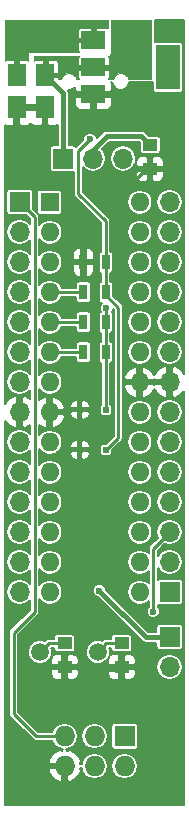
<source format=gbl>
G04 #@! TF.FileFunction,Copper,L2,Bot,Signal*
%FSLAX46Y46*%
G04 Gerber Fmt 4.6, Leading zero omitted, Abs format (unit mm)*
G04 Created by KiCad (PCBNEW 4.0.7-e2-6376~58~ubuntu16.04.1) date Tue Sep 12 20:01:57 2017*
%MOMM*%
%LPD*%
G01*
G04 APERTURE LIST*
%ADD10C,0.100000*%
%ADD11R,1.727200X1.727200*%
%ADD12O,1.727200X1.727200*%
%ADD13R,1.600000X1.600000*%
%ADD14O,1.600000X1.600000*%
%ADD15R,2.000000X3.800000*%
%ADD16R,2.000000X1.500000*%
%ADD17C,1.500000*%
%ADD18R,1.700000X1.700000*%
%ADD19O,1.700000X1.700000*%
%ADD20R,1.250000X1.000000*%
%ADD21R,1.500000X1.950000*%
%ADD22R,0.700000X1.300000*%
%ADD23R,0.500000X0.500000*%
%ADD24C,0.600000*%
%ADD25C,0.400000*%
%ADD26C,0.250000*%
%ADD27C,0.127000*%
G04 APERTURE END LIST*
D10*
D11*
X78740000Y-116332000D03*
D12*
X78740000Y-118872000D03*
X76200000Y-116332000D03*
X76200000Y-118872000D03*
X73660000Y-116332000D03*
X73660000Y-118872000D03*
D13*
X72390000Y-71120000D03*
D14*
X80010000Y-104140000D03*
X72390000Y-73660000D03*
X80010000Y-101600000D03*
X72390000Y-76200000D03*
X80010000Y-99060000D03*
X72390000Y-78740000D03*
X80010000Y-96520000D03*
X72390000Y-81280000D03*
X80010000Y-93980000D03*
X72390000Y-83820000D03*
X80010000Y-91440000D03*
X72390000Y-86360000D03*
X80010000Y-88900000D03*
X72390000Y-88900000D03*
X80010000Y-86360000D03*
X72390000Y-91440000D03*
X80010000Y-83820000D03*
X72390000Y-93980000D03*
X80010000Y-81280000D03*
X72390000Y-96520000D03*
X80010000Y-78740000D03*
X72390000Y-99060000D03*
X80010000Y-76200000D03*
X72390000Y-101600000D03*
X80010000Y-73660000D03*
X72390000Y-104140000D03*
X80010000Y-71120000D03*
D15*
X82398000Y-59690000D03*
D16*
X76098000Y-59690000D03*
X76098000Y-57390000D03*
X76098000Y-61990000D03*
D17*
X76454000Y-109220000D03*
X71574000Y-109220000D03*
D18*
X73533000Y-67437000D03*
D19*
X76073000Y-67437000D03*
X78613000Y-67437000D03*
D18*
X82550000Y-107950000D03*
D19*
X82550000Y-110490000D03*
D18*
X69850000Y-71120000D03*
D19*
X69850000Y-73660000D03*
X69850000Y-76200000D03*
X69850000Y-78740000D03*
X69850000Y-81280000D03*
X69850000Y-83820000D03*
X69850000Y-86360000D03*
X69850000Y-88900000D03*
X69850000Y-91440000D03*
X69850000Y-93980000D03*
X69850000Y-96520000D03*
X69850000Y-99060000D03*
X69850000Y-101600000D03*
X69850000Y-104140000D03*
D18*
X82550000Y-104140000D03*
D19*
X82550000Y-101600000D03*
X82550000Y-99060000D03*
X82550000Y-96520000D03*
X82550000Y-93980000D03*
X82550000Y-91440000D03*
X82550000Y-88900000D03*
X82550000Y-86360000D03*
X82550000Y-83820000D03*
X82550000Y-81280000D03*
X82550000Y-78740000D03*
X82550000Y-76200000D03*
X82550000Y-73660000D03*
X82550000Y-71120000D03*
D20*
X80899000Y-66310000D03*
X80899000Y-68310000D03*
D21*
X69596000Y-60347000D03*
X69596000Y-63097000D03*
X72009000Y-60347000D03*
X72009000Y-63097000D03*
D20*
X78486000Y-108474000D03*
X78486000Y-110474000D03*
X73660000Y-108474000D03*
X73660000Y-110474000D03*
D22*
X75250000Y-81280000D03*
X77150000Y-81280000D03*
X75250000Y-78740000D03*
X77150000Y-78740000D03*
X75250000Y-83820000D03*
X77150000Y-83820000D03*
X77150000Y-76200000D03*
X75250000Y-76200000D03*
D23*
X77150000Y-88700000D03*
X74950000Y-88700000D03*
X77150000Y-92100000D03*
X74950000Y-92100000D03*
D24*
X76581000Y-104013000D03*
X70040500Y-65976500D03*
X74803000Y-65595500D03*
X71374000Y-111506000D03*
X79375000Y-69469000D03*
X76454000Y-111506000D03*
X73787000Y-57848500D03*
X81153000Y-105791000D03*
X77200000Y-80100000D03*
X75800000Y-65800000D03*
D25*
X76073000Y-67437000D02*
X76073000Y-66675000D01*
X76073000Y-66675000D02*
X77216000Y-65532000D01*
X77216000Y-65532000D02*
X80121000Y-65532000D01*
X80121000Y-65532000D02*
X80899000Y-66310000D01*
X76581000Y-104013000D02*
X80518000Y-107950000D01*
X80518000Y-107950000D02*
X82550000Y-107950000D01*
D26*
X70040500Y-65976500D02*
X69596000Y-65532000D01*
X69596000Y-65532000D02*
X69596000Y-63097000D01*
X76098000Y-61990000D02*
X76098000Y-64300500D01*
X76098000Y-64300500D02*
X74803000Y-65595500D01*
X73660000Y-110474000D02*
X72025000Y-110474000D01*
X72025000Y-110474000D02*
X71374000Y-111125000D01*
X71374000Y-111125000D02*
X71374000Y-111506000D01*
X79375000Y-69469000D02*
X80534000Y-68310000D01*
X80534000Y-68310000D02*
X80899000Y-68310000D01*
X80010000Y-86360000D02*
X79629000Y-86360000D01*
X76454000Y-111506000D02*
X77236000Y-110724000D01*
X77236000Y-110724000D02*
X78486000Y-110724000D01*
X72009000Y-63722000D02*
X72009000Y-63754000D01*
D25*
X73787000Y-57848500D02*
X73660000Y-57721500D01*
X73660000Y-57721500D02*
X73660000Y-57340500D01*
X73533000Y-67437000D02*
X73533000Y-61871000D01*
X73533000Y-61871000D02*
X72009000Y-60347000D01*
D26*
X72285000Y-60347000D02*
X72009000Y-60347000D01*
X72041000Y-59690000D02*
X72009000Y-59722000D01*
X76098000Y-59690000D02*
X76200000Y-59690000D01*
X76066000Y-59722000D02*
X76098000Y-59690000D01*
X77200000Y-108474000D02*
X76454000Y-109220000D01*
X78486000Y-108474000D02*
X77200000Y-108474000D01*
X72320000Y-108474000D02*
X71574000Y-109220000D01*
X73660000Y-108474000D02*
X72320000Y-108474000D01*
X72390000Y-81280000D02*
X75250000Y-81280000D01*
X72390000Y-78740000D02*
X75250000Y-78740000D01*
X73660000Y-116332000D02*
X71247000Y-116332000D01*
X71247000Y-116332000D02*
X69342000Y-114427000D01*
X69342000Y-114427000D02*
X69342000Y-107569000D01*
X69342000Y-107569000D02*
X71120000Y-105791000D01*
X71120000Y-105791000D02*
X71120000Y-72390000D01*
X71120000Y-72390000D02*
X69850000Y-71120000D01*
X72390000Y-71120000D02*
X71882000Y-71120000D01*
X81153000Y-100457000D02*
X82550000Y-99060000D01*
X81153000Y-105791000D02*
X81153000Y-100457000D01*
X72390000Y-83820000D02*
X75250000Y-83820000D01*
X77150000Y-80150000D02*
X77150000Y-81280000D01*
X77200000Y-80100000D02*
X77150000Y-80150000D01*
X77150000Y-88700000D02*
X77150000Y-83820000D01*
X76980000Y-81280000D02*
X77150000Y-81280000D01*
X77150000Y-81280000D02*
X77150000Y-80706000D01*
X77150000Y-81280000D02*
X77150000Y-83820000D01*
X77150000Y-72750000D02*
X77150000Y-76200000D01*
X74800000Y-70400000D02*
X77150000Y-72750000D01*
X74800000Y-66800000D02*
X74800000Y-70400000D01*
X75800000Y-65800000D02*
X74800000Y-66800000D01*
X77150000Y-78740000D02*
X77150000Y-79000000D01*
X77150000Y-79000000D02*
X78200000Y-80050000D01*
X78200000Y-91050000D02*
X77150000Y-92100000D01*
X78200000Y-80050000D02*
X78200000Y-91050000D01*
X77150000Y-76200000D02*
X77150000Y-78740000D01*
D27*
G36*
X83770500Y-85648410D02*
X83448468Y-85258428D01*
X82958523Y-84998451D01*
X82740500Y-85094182D01*
X82740500Y-86169500D01*
X82760500Y-86169500D01*
X82760500Y-86550500D01*
X82740500Y-86550500D01*
X82740500Y-87625818D01*
X82958523Y-87721549D01*
X83448468Y-87461572D01*
X83770500Y-87071590D01*
X83770500Y-122124500D01*
X68629500Y-122124500D01*
X68629500Y-119282667D01*
X72284913Y-119282667D01*
X72397270Y-119553957D01*
X72754363Y-119985272D01*
X73249331Y-120247102D01*
X73469500Y-120151540D01*
X73469500Y-119062500D01*
X72381894Y-119062500D01*
X72284913Y-119282667D01*
X68629500Y-119282667D01*
X68629500Y-89611590D01*
X68951532Y-90001572D01*
X69441477Y-90261549D01*
X69659500Y-90165818D01*
X69659500Y-89090500D01*
X69639500Y-89090500D01*
X69639500Y-88709500D01*
X69659500Y-88709500D01*
X69659500Y-87634182D01*
X69441477Y-87538451D01*
X68951532Y-87798428D01*
X68629500Y-88188410D01*
X68629500Y-73660000D01*
X68714685Y-73660000D01*
X68799445Y-74086118D01*
X69040822Y-74447363D01*
X69402067Y-74688740D01*
X69828185Y-74773500D01*
X69871815Y-74773500D01*
X70297933Y-74688740D01*
X70659178Y-74447363D01*
X70731500Y-74339126D01*
X70731500Y-75520874D01*
X70659178Y-75412637D01*
X70297933Y-75171260D01*
X69871815Y-75086500D01*
X69828185Y-75086500D01*
X69402067Y-75171260D01*
X69040822Y-75412637D01*
X68799445Y-75773882D01*
X68714685Y-76200000D01*
X68799445Y-76626118D01*
X69040822Y-76987363D01*
X69402067Y-77228740D01*
X69828185Y-77313500D01*
X69871815Y-77313500D01*
X70297933Y-77228740D01*
X70659178Y-76987363D01*
X70731500Y-76879126D01*
X70731500Y-78060874D01*
X70659178Y-77952637D01*
X70297933Y-77711260D01*
X69871815Y-77626500D01*
X69828185Y-77626500D01*
X69402067Y-77711260D01*
X69040822Y-77952637D01*
X68799445Y-78313882D01*
X68714685Y-78740000D01*
X68799445Y-79166118D01*
X69040822Y-79527363D01*
X69402067Y-79768740D01*
X69828185Y-79853500D01*
X69871815Y-79853500D01*
X70297933Y-79768740D01*
X70659178Y-79527363D01*
X70731500Y-79419126D01*
X70731500Y-80600874D01*
X70659178Y-80492637D01*
X70297933Y-80251260D01*
X69871815Y-80166500D01*
X69828185Y-80166500D01*
X69402067Y-80251260D01*
X69040822Y-80492637D01*
X68799445Y-80853882D01*
X68714685Y-81280000D01*
X68799445Y-81706118D01*
X69040822Y-82067363D01*
X69402067Y-82308740D01*
X69828185Y-82393500D01*
X69871815Y-82393500D01*
X70297933Y-82308740D01*
X70659178Y-82067363D01*
X70731500Y-81959126D01*
X70731500Y-83140874D01*
X70659178Y-83032637D01*
X70297933Y-82791260D01*
X69871815Y-82706500D01*
X69828185Y-82706500D01*
X69402067Y-82791260D01*
X69040822Y-83032637D01*
X68799445Y-83393882D01*
X68714685Y-83820000D01*
X68799445Y-84246118D01*
X69040822Y-84607363D01*
X69402067Y-84848740D01*
X69828185Y-84933500D01*
X69871815Y-84933500D01*
X70297933Y-84848740D01*
X70659178Y-84607363D01*
X70731500Y-84499126D01*
X70731500Y-85680874D01*
X70659178Y-85572637D01*
X70297933Y-85331260D01*
X69871815Y-85246500D01*
X69828185Y-85246500D01*
X69402067Y-85331260D01*
X69040822Y-85572637D01*
X68799445Y-85933882D01*
X68714685Y-86360000D01*
X68799445Y-86786118D01*
X69040822Y-87147363D01*
X69402067Y-87388740D01*
X69828185Y-87473500D01*
X69871815Y-87473500D01*
X70297933Y-87388740D01*
X70659178Y-87147363D01*
X70731500Y-87039126D01*
X70731500Y-87789424D01*
X70258523Y-87538451D01*
X70040500Y-87634182D01*
X70040500Y-88709500D01*
X70060500Y-88709500D01*
X70060500Y-89090500D01*
X70040500Y-89090500D01*
X70040500Y-90165818D01*
X70258523Y-90261549D01*
X70731500Y-90010576D01*
X70731500Y-90760874D01*
X70659178Y-90652637D01*
X70297933Y-90411260D01*
X69871815Y-90326500D01*
X69828185Y-90326500D01*
X69402067Y-90411260D01*
X69040822Y-90652637D01*
X68799445Y-91013882D01*
X68714685Y-91440000D01*
X68799445Y-91866118D01*
X69040822Y-92227363D01*
X69402067Y-92468740D01*
X69828185Y-92553500D01*
X69871815Y-92553500D01*
X70297933Y-92468740D01*
X70659178Y-92227363D01*
X70731500Y-92119126D01*
X70731500Y-93300874D01*
X70659178Y-93192637D01*
X70297933Y-92951260D01*
X69871815Y-92866500D01*
X69828185Y-92866500D01*
X69402067Y-92951260D01*
X69040822Y-93192637D01*
X68799445Y-93553882D01*
X68714685Y-93980000D01*
X68799445Y-94406118D01*
X69040822Y-94767363D01*
X69402067Y-95008740D01*
X69828185Y-95093500D01*
X69871815Y-95093500D01*
X70297933Y-95008740D01*
X70659178Y-94767363D01*
X70731500Y-94659126D01*
X70731500Y-95840874D01*
X70659178Y-95732637D01*
X70297933Y-95491260D01*
X69871815Y-95406500D01*
X69828185Y-95406500D01*
X69402067Y-95491260D01*
X69040822Y-95732637D01*
X68799445Y-96093882D01*
X68714685Y-96520000D01*
X68799445Y-96946118D01*
X69040822Y-97307363D01*
X69402067Y-97548740D01*
X69828185Y-97633500D01*
X69871815Y-97633500D01*
X70297933Y-97548740D01*
X70659178Y-97307363D01*
X70731500Y-97199126D01*
X70731500Y-98380874D01*
X70659178Y-98272637D01*
X70297933Y-98031260D01*
X69871815Y-97946500D01*
X69828185Y-97946500D01*
X69402067Y-98031260D01*
X69040822Y-98272637D01*
X68799445Y-98633882D01*
X68714685Y-99060000D01*
X68799445Y-99486118D01*
X69040822Y-99847363D01*
X69402067Y-100088740D01*
X69828185Y-100173500D01*
X69871815Y-100173500D01*
X70297933Y-100088740D01*
X70659178Y-99847363D01*
X70731500Y-99739126D01*
X70731500Y-100920874D01*
X70659178Y-100812637D01*
X70297933Y-100571260D01*
X69871815Y-100486500D01*
X69828185Y-100486500D01*
X69402067Y-100571260D01*
X69040822Y-100812637D01*
X68799445Y-101173882D01*
X68714685Y-101600000D01*
X68799445Y-102026118D01*
X69040822Y-102387363D01*
X69402067Y-102628740D01*
X69828185Y-102713500D01*
X69871815Y-102713500D01*
X70297933Y-102628740D01*
X70659178Y-102387363D01*
X70731500Y-102279126D01*
X70731500Y-103460874D01*
X70659178Y-103352637D01*
X70297933Y-103111260D01*
X69871815Y-103026500D01*
X69828185Y-103026500D01*
X69402067Y-103111260D01*
X69040822Y-103352637D01*
X68799445Y-103713882D01*
X68714685Y-104140000D01*
X68799445Y-104566118D01*
X69040822Y-104927363D01*
X69402067Y-105168740D01*
X69828185Y-105253500D01*
X69871815Y-105253500D01*
X70297933Y-105168740D01*
X70659178Y-104927363D01*
X70731500Y-104819126D01*
X70731500Y-105630078D01*
X69067289Y-107294289D01*
X68983073Y-107420327D01*
X68953500Y-107569000D01*
X68953500Y-114427000D01*
X68983073Y-114575673D01*
X69067289Y-114701711D01*
X70972289Y-116606711D01*
X71098328Y-116690928D01*
X71247000Y-116720500D01*
X72588096Y-116720500D01*
X72596614Y-116763322D01*
X72840939Y-117128980D01*
X73206597Y-117373305D01*
X73526312Y-117436900D01*
X73469498Y-117436900D01*
X73469498Y-117592459D01*
X73249331Y-117496898D01*
X72754363Y-117758728D01*
X72397270Y-118190043D01*
X72284913Y-118461333D01*
X72381894Y-118681500D01*
X73469500Y-118681500D01*
X73469500Y-118661500D01*
X73850500Y-118661500D01*
X73850500Y-118681500D01*
X73870500Y-118681500D01*
X73870500Y-119062500D01*
X73850500Y-119062500D01*
X73850500Y-120151540D01*
X74070669Y-120247102D01*
X74565637Y-119985272D01*
X74922730Y-119553957D01*
X75035087Y-119282667D01*
X74938107Y-119062502D01*
X75088712Y-119062502D01*
X75136614Y-119303322D01*
X75380939Y-119668980D01*
X75746597Y-119913305D01*
X76177919Y-119999100D01*
X76222081Y-119999100D01*
X76653403Y-119913305D01*
X77019061Y-119668980D01*
X77263386Y-119303322D01*
X77349181Y-118872000D01*
X77590819Y-118872000D01*
X77676614Y-119303322D01*
X77920939Y-119668980D01*
X78286597Y-119913305D01*
X78717919Y-119999100D01*
X78762081Y-119999100D01*
X79193403Y-119913305D01*
X79559061Y-119668980D01*
X79803386Y-119303322D01*
X79889181Y-118872000D01*
X79803386Y-118440678D01*
X79559061Y-118075020D01*
X79193403Y-117830695D01*
X78762081Y-117744900D01*
X78717919Y-117744900D01*
X78286597Y-117830695D01*
X77920939Y-118075020D01*
X77676614Y-118440678D01*
X77590819Y-118872000D01*
X77349181Y-118872000D01*
X77263386Y-118440678D01*
X77019061Y-118075020D01*
X76653403Y-117830695D01*
X76222081Y-117744900D01*
X76177919Y-117744900D01*
X75746597Y-117830695D01*
X75380939Y-118075020D01*
X75136614Y-118440678D01*
X75088712Y-118681498D01*
X74938107Y-118681498D01*
X75035087Y-118461333D01*
X74922730Y-118190043D01*
X74565637Y-117758728D01*
X74070669Y-117496898D01*
X73850502Y-117592459D01*
X73850502Y-117436900D01*
X73793688Y-117436900D01*
X74113403Y-117373305D01*
X74479061Y-117128980D01*
X74723386Y-116763322D01*
X74809181Y-116332000D01*
X75050819Y-116332000D01*
X75136614Y-116763322D01*
X75380939Y-117128980D01*
X75746597Y-117373305D01*
X76177919Y-117459100D01*
X76222081Y-117459100D01*
X76653403Y-117373305D01*
X77019061Y-117128980D01*
X77263386Y-116763322D01*
X77349181Y-116332000D01*
X77263386Y-115900678D01*
X77019061Y-115535020D01*
X76919358Y-115468400D01*
X77607738Y-115468400D01*
X77607738Y-117195600D01*
X77626112Y-117293247D01*
X77683821Y-117382930D01*
X77771875Y-117443095D01*
X77876400Y-117464262D01*
X79603600Y-117464262D01*
X79701247Y-117445888D01*
X79790930Y-117388179D01*
X79851095Y-117300125D01*
X79872262Y-117195600D01*
X79872262Y-115468400D01*
X79853888Y-115370753D01*
X79796179Y-115281070D01*
X79708125Y-115220905D01*
X79603600Y-115199738D01*
X77876400Y-115199738D01*
X77778753Y-115218112D01*
X77689070Y-115275821D01*
X77628905Y-115363875D01*
X77607738Y-115468400D01*
X76919358Y-115468400D01*
X76653403Y-115290695D01*
X76222081Y-115204900D01*
X76177919Y-115204900D01*
X75746597Y-115290695D01*
X75380939Y-115535020D01*
X75136614Y-115900678D01*
X75050819Y-116332000D01*
X74809181Y-116332000D01*
X74723386Y-115900678D01*
X74479061Y-115535020D01*
X74113403Y-115290695D01*
X73682081Y-115204900D01*
X73637919Y-115204900D01*
X73206597Y-115290695D01*
X72840939Y-115535020D01*
X72596614Y-115900678D01*
X72588096Y-115943500D01*
X71407922Y-115943500D01*
X69730500Y-114266078D01*
X69730500Y-110807375D01*
X72463500Y-110807375D01*
X72463500Y-111087678D01*
X72550506Y-111297728D01*
X72711271Y-111458494D01*
X72921321Y-111545500D01*
X73326625Y-111545500D01*
X73469500Y-111402625D01*
X73469500Y-110664500D01*
X73850500Y-110664500D01*
X73850500Y-111402625D01*
X73993375Y-111545500D01*
X74398679Y-111545500D01*
X74608729Y-111458494D01*
X74769494Y-111297728D01*
X74856500Y-111087678D01*
X74856500Y-110807375D01*
X77289500Y-110807375D01*
X77289500Y-111087678D01*
X77376506Y-111297728D01*
X77537271Y-111458494D01*
X77747321Y-111545500D01*
X78152625Y-111545500D01*
X78295500Y-111402625D01*
X78295500Y-110664500D01*
X78676500Y-110664500D01*
X78676500Y-111402625D01*
X78819375Y-111545500D01*
X79224679Y-111545500D01*
X79434729Y-111458494D01*
X79595494Y-111297728D01*
X79682500Y-111087678D01*
X79682500Y-110807375D01*
X79539625Y-110664500D01*
X78676500Y-110664500D01*
X78295500Y-110664500D01*
X77432375Y-110664500D01*
X77289500Y-110807375D01*
X74856500Y-110807375D01*
X74713625Y-110664500D01*
X73850500Y-110664500D01*
X73469500Y-110664500D01*
X72606375Y-110664500D01*
X72463500Y-110807375D01*
X69730500Y-110807375D01*
X69730500Y-110490000D01*
X81414685Y-110490000D01*
X81499445Y-110916118D01*
X81740822Y-111277363D01*
X82102067Y-111518740D01*
X82528185Y-111603500D01*
X82571815Y-111603500D01*
X82997933Y-111518740D01*
X83359178Y-111277363D01*
X83600555Y-110916118D01*
X83685315Y-110490000D01*
X83600555Y-110063882D01*
X83359178Y-109702637D01*
X82997933Y-109461260D01*
X82571815Y-109376500D01*
X82528185Y-109376500D01*
X82102067Y-109461260D01*
X81740822Y-109702637D01*
X81499445Y-110063882D01*
X81414685Y-110490000D01*
X69730500Y-110490000D01*
X69730500Y-109420713D01*
X70560324Y-109420713D01*
X70714295Y-109793352D01*
X70999149Y-110078703D01*
X71371518Y-110233324D01*
X71774713Y-110233676D01*
X72147352Y-110079705D01*
X72367117Y-109860322D01*
X72463500Y-109860322D01*
X72463500Y-110140625D01*
X72606375Y-110283500D01*
X73469500Y-110283500D01*
X73469500Y-109545375D01*
X73850500Y-109545375D01*
X73850500Y-110283500D01*
X74713625Y-110283500D01*
X74856500Y-110140625D01*
X74856500Y-109860322D01*
X74769494Y-109650272D01*
X74608729Y-109489506D01*
X74442649Y-109420713D01*
X75440324Y-109420713D01*
X75594295Y-109793352D01*
X75879149Y-110078703D01*
X76251518Y-110233324D01*
X76654713Y-110233676D01*
X77027352Y-110079705D01*
X77247117Y-109860322D01*
X77289500Y-109860322D01*
X77289500Y-110140625D01*
X77432375Y-110283500D01*
X78295500Y-110283500D01*
X78295500Y-109545375D01*
X78676500Y-109545375D01*
X78676500Y-110283500D01*
X79539625Y-110283500D01*
X79682500Y-110140625D01*
X79682500Y-109860322D01*
X79595494Y-109650272D01*
X79434729Y-109489506D01*
X79224679Y-109402500D01*
X78819375Y-109402500D01*
X78676500Y-109545375D01*
X78295500Y-109545375D01*
X78152625Y-109402500D01*
X77747321Y-109402500D01*
X77537271Y-109489506D01*
X77376506Y-109650272D01*
X77289500Y-109860322D01*
X77247117Y-109860322D01*
X77312703Y-109794851D01*
X77467324Y-109422482D01*
X77467676Y-109019287D01*
X77402893Y-108862500D01*
X77592338Y-108862500D01*
X77592338Y-108974000D01*
X77610712Y-109071647D01*
X77668421Y-109161330D01*
X77756475Y-109221495D01*
X77861000Y-109242662D01*
X79111000Y-109242662D01*
X79208647Y-109224288D01*
X79298330Y-109166579D01*
X79358495Y-109078525D01*
X79379662Y-108974000D01*
X79379662Y-107974000D01*
X79361288Y-107876353D01*
X79303579Y-107786670D01*
X79215525Y-107726505D01*
X79111000Y-107705338D01*
X77861000Y-107705338D01*
X77763353Y-107723712D01*
X77673670Y-107781421D01*
X77613505Y-107869475D01*
X77592338Y-107974000D01*
X77592338Y-108085500D01*
X77200000Y-108085500D01*
X77051327Y-108115073D01*
X76925289Y-108199289D01*
X76841200Y-108283378D01*
X76656482Y-108206676D01*
X76253287Y-108206324D01*
X75880648Y-108360295D01*
X75595297Y-108645149D01*
X75440676Y-109017518D01*
X75440324Y-109420713D01*
X74442649Y-109420713D01*
X74398679Y-109402500D01*
X73993375Y-109402500D01*
X73850500Y-109545375D01*
X73469500Y-109545375D01*
X73326625Y-109402500D01*
X72921321Y-109402500D01*
X72711271Y-109489506D01*
X72550506Y-109650272D01*
X72463500Y-109860322D01*
X72367117Y-109860322D01*
X72432703Y-109794851D01*
X72587324Y-109422482D01*
X72587676Y-109019287D01*
X72522893Y-108862500D01*
X72766338Y-108862500D01*
X72766338Y-108974000D01*
X72784712Y-109071647D01*
X72842421Y-109161330D01*
X72930475Y-109221495D01*
X73035000Y-109242662D01*
X74285000Y-109242662D01*
X74382647Y-109224288D01*
X74472330Y-109166579D01*
X74532495Y-109078525D01*
X74553662Y-108974000D01*
X74553662Y-107974000D01*
X74535288Y-107876353D01*
X74477579Y-107786670D01*
X74389525Y-107726505D01*
X74285000Y-107705338D01*
X73035000Y-107705338D01*
X72937353Y-107723712D01*
X72847670Y-107781421D01*
X72787505Y-107869475D01*
X72766338Y-107974000D01*
X72766338Y-108085500D01*
X72320000Y-108085500D01*
X72171327Y-108115073D01*
X72045289Y-108199289D01*
X71961200Y-108283378D01*
X71776482Y-108206676D01*
X71373287Y-108206324D01*
X71000648Y-108360295D01*
X70715297Y-108645149D01*
X70560676Y-109017518D01*
X70560324Y-109420713D01*
X69730500Y-109420713D01*
X69730500Y-107729922D01*
X71394711Y-106065711D01*
X71478928Y-105939672D01*
X71508500Y-105791000D01*
X71508500Y-104729392D01*
X71617157Y-104892008D01*
X71962181Y-105122546D01*
X72369165Y-105203500D01*
X72410835Y-105203500D01*
X72817819Y-105122546D01*
X73162843Y-104892008D01*
X73393381Y-104546984D01*
X73474335Y-104140000D01*
X73471271Y-104124595D01*
X76017402Y-104124595D01*
X76103009Y-104331780D01*
X76261386Y-104490434D01*
X76468421Y-104576402D01*
X76488932Y-104576420D01*
X80190256Y-108277744D01*
X80340626Y-108378218D01*
X80518000Y-108413500D01*
X81431338Y-108413500D01*
X81431338Y-108800000D01*
X81449712Y-108897647D01*
X81507421Y-108987330D01*
X81595475Y-109047495D01*
X81700000Y-109068662D01*
X83400000Y-109068662D01*
X83497647Y-109050288D01*
X83587330Y-108992579D01*
X83647495Y-108904525D01*
X83668662Y-108800000D01*
X83668662Y-107100000D01*
X83650288Y-107002353D01*
X83592579Y-106912670D01*
X83504525Y-106852505D01*
X83400000Y-106831338D01*
X81700000Y-106831338D01*
X81602353Y-106849712D01*
X81512670Y-106907421D01*
X81452505Y-106995475D01*
X81431338Y-107100000D01*
X81431338Y-107486500D01*
X80709988Y-107486500D01*
X77144581Y-103921093D01*
X77144598Y-103901405D01*
X77058991Y-103694220D01*
X76900614Y-103535566D01*
X76693579Y-103449598D01*
X76469405Y-103449402D01*
X76262220Y-103535009D01*
X76103566Y-103693386D01*
X76017598Y-103900421D01*
X76017402Y-104124595D01*
X73471271Y-104124595D01*
X73393381Y-103733016D01*
X73162843Y-103387992D01*
X72817819Y-103157454D01*
X72410835Y-103076500D01*
X72369165Y-103076500D01*
X71962181Y-103157454D01*
X71617157Y-103387992D01*
X71508500Y-103550608D01*
X71508500Y-102189392D01*
X71617157Y-102352008D01*
X71962181Y-102582546D01*
X72369165Y-102663500D01*
X72410835Y-102663500D01*
X72817819Y-102582546D01*
X73162843Y-102352008D01*
X73393381Y-102006984D01*
X73474335Y-101600000D01*
X78925665Y-101600000D01*
X79006619Y-102006984D01*
X79237157Y-102352008D01*
X79582181Y-102582546D01*
X79989165Y-102663500D01*
X80030835Y-102663500D01*
X80437819Y-102582546D01*
X80764500Y-102364264D01*
X80764500Y-103375736D01*
X80437819Y-103157454D01*
X80030835Y-103076500D01*
X79989165Y-103076500D01*
X79582181Y-103157454D01*
X79237157Y-103387992D01*
X79006619Y-103733016D01*
X78925665Y-104140000D01*
X79006619Y-104546984D01*
X79237157Y-104892008D01*
X79582181Y-105122546D01*
X79989165Y-105203500D01*
X80030835Y-105203500D01*
X80437819Y-105122546D01*
X80764500Y-104904264D01*
X80764500Y-105382607D01*
X80675566Y-105471386D01*
X80589598Y-105678421D01*
X80589402Y-105902595D01*
X80675009Y-106109780D01*
X80833386Y-106268434D01*
X81040421Y-106354402D01*
X81264595Y-106354598D01*
X81471780Y-106268991D01*
X81630434Y-106110614D01*
X81716402Y-105903579D01*
X81716598Y-105679405D01*
X81630991Y-105472220D01*
X81541500Y-105382572D01*
X81541500Y-105200615D01*
X81595475Y-105237495D01*
X81700000Y-105258662D01*
X83400000Y-105258662D01*
X83497647Y-105240288D01*
X83587330Y-105182579D01*
X83647495Y-105094525D01*
X83668662Y-104990000D01*
X83668662Y-103290000D01*
X83650288Y-103192353D01*
X83592579Y-103102670D01*
X83504525Y-103042505D01*
X83400000Y-103021338D01*
X81700000Y-103021338D01*
X81602353Y-103039712D01*
X81541500Y-103078870D01*
X81541500Y-102089058D01*
X81740822Y-102387363D01*
X82102067Y-102628740D01*
X82528185Y-102713500D01*
X82571815Y-102713500D01*
X82997933Y-102628740D01*
X83359178Y-102387363D01*
X83600555Y-102026118D01*
X83685315Y-101600000D01*
X83600555Y-101173882D01*
X83359178Y-100812637D01*
X82997933Y-100571260D01*
X82571815Y-100486500D01*
X82528185Y-100486500D01*
X82102067Y-100571260D01*
X81740822Y-100812637D01*
X81541500Y-101110942D01*
X81541500Y-100617922D01*
X82083253Y-100076169D01*
X82102067Y-100088740D01*
X82528185Y-100173500D01*
X82571815Y-100173500D01*
X82997933Y-100088740D01*
X83359178Y-99847363D01*
X83600555Y-99486118D01*
X83685315Y-99060000D01*
X83600555Y-98633882D01*
X83359178Y-98272637D01*
X82997933Y-98031260D01*
X82571815Y-97946500D01*
X82528185Y-97946500D01*
X82102067Y-98031260D01*
X81740822Y-98272637D01*
X81499445Y-98633882D01*
X81414685Y-99060000D01*
X81499445Y-99486118D01*
X81529492Y-99531086D01*
X80878289Y-100182289D01*
X80794073Y-100308327D01*
X80764500Y-100457000D01*
X80764500Y-100835736D01*
X80437819Y-100617454D01*
X80030835Y-100536500D01*
X79989165Y-100536500D01*
X79582181Y-100617454D01*
X79237157Y-100847992D01*
X79006619Y-101193016D01*
X78925665Y-101600000D01*
X73474335Y-101600000D01*
X73393381Y-101193016D01*
X73162843Y-100847992D01*
X72817819Y-100617454D01*
X72410835Y-100536500D01*
X72369165Y-100536500D01*
X71962181Y-100617454D01*
X71617157Y-100847992D01*
X71508500Y-101010608D01*
X71508500Y-99649392D01*
X71617157Y-99812008D01*
X71962181Y-100042546D01*
X72369165Y-100123500D01*
X72410835Y-100123500D01*
X72817819Y-100042546D01*
X73162843Y-99812008D01*
X73393381Y-99466984D01*
X73474335Y-99060000D01*
X78925665Y-99060000D01*
X79006619Y-99466984D01*
X79237157Y-99812008D01*
X79582181Y-100042546D01*
X79989165Y-100123500D01*
X80030835Y-100123500D01*
X80437819Y-100042546D01*
X80782843Y-99812008D01*
X81013381Y-99466984D01*
X81094335Y-99060000D01*
X81013381Y-98653016D01*
X80782843Y-98307992D01*
X80437819Y-98077454D01*
X80030835Y-97996500D01*
X79989165Y-97996500D01*
X79582181Y-98077454D01*
X79237157Y-98307992D01*
X79006619Y-98653016D01*
X78925665Y-99060000D01*
X73474335Y-99060000D01*
X73393381Y-98653016D01*
X73162843Y-98307992D01*
X72817819Y-98077454D01*
X72410835Y-97996500D01*
X72369165Y-97996500D01*
X71962181Y-98077454D01*
X71617157Y-98307992D01*
X71508500Y-98470608D01*
X71508500Y-97109392D01*
X71617157Y-97272008D01*
X71962181Y-97502546D01*
X72369165Y-97583500D01*
X72410835Y-97583500D01*
X72817819Y-97502546D01*
X73162843Y-97272008D01*
X73393381Y-96926984D01*
X73474335Y-96520000D01*
X78925665Y-96520000D01*
X79006619Y-96926984D01*
X79237157Y-97272008D01*
X79582181Y-97502546D01*
X79989165Y-97583500D01*
X80030835Y-97583500D01*
X80437819Y-97502546D01*
X80782843Y-97272008D01*
X81013381Y-96926984D01*
X81094335Y-96520000D01*
X81414685Y-96520000D01*
X81499445Y-96946118D01*
X81740822Y-97307363D01*
X82102067Y-97548740D01*
X82528185Y-97633500D01*
X82571815Y-97633500D01*
X82997933Y-97548740D01*
X83359178Y-97307363D01*
X83600555Y-96946118D01*
X83685315Y-96520000D01*
X83600555Y-96093882D01*
X83359178Y-95732637D01*
X82997933Y-95491260D01*
X82571815Y-95406500D01*
X82528185Y-95406500D01*
X82102067Y-95491260D01*
X81740822Y-95732637D01*
X81499445Y-96093882D01*
X81414685Y-96520000D01*
X81094335Y-96520000D01*
X81013381Y-96113016D01*
X80782843Y-95767992D01*
X80437819Y-95537454D01*
X80030835Y-95456500D01*
X79989165Y-95456500D01*
X79582181Y-95537454D01*
X79237157Y-95767992D01*
X79006619Y-96113016D01*
X78925665Y-96520000D01*
X73474335Y-96520000D01*
X73393381Y-96113016D01*
X73162843Y-95767992D01*
X72817819Y-95537454D01*
X72410835Y-95456500D01*
X72369165Y-95456500D01*
X71962181Y-95537454D01*
X71617157Y-95767992D01*
X71508500Y-95930608D01*
X71508500Y-94569392D01*
X71617157Y-94732008D01*
X71962181Y-94962546D01*
X72369165Y-95043500D01*
X72410835Y-95043500D01*
X72817819Y-94962546D01*
X73162843Y-94732008D01*
X73393381Y-94386984D01*
X73474335Y-93980000D01*
X78925665Y-93980000D01*
X79006619Y-94386984D01*
X79237157Y-94732008D01*
X79582181Y-94962546D01*
X79989165Y-95043500D01*
X80030835Y-95043500D01*
X80437819Y-94962546D01*
X80782843Y-94732008D01*
X81013381Y-94386984D01*
X81094335Y-93980000D01*
X81414685Y-93980000D01*
X81499445Y-94406118D01*
X81740822Y-94767363D01*
X82102067Y-95008740D01*
X82528185Y-95093500D01*
X82571815Y-95093500D01*
X82997933Y-95008740D01*
X83359178Y-94767363D01*
X83600555Y-94406118D01*
X83685315Y-93980000D01*
X83600555Y-93553882D01*
X83359178Y-93192637D01*
X82997933Y-92951260D01*
X82571815Y-92866500D01*
X82528185Y-92866500D01*
X82102067Y-92951260D01*
X81740822Y-93192637D01*
X81499445Y-93553882D01*
X81414685Y-93980000D01*
X81094335Y-93980000D01*
X81013381Y-93573016D01*
X80782843Y-93227992D01*
X80437819Y-92997454D01*
X80030835Y-92916500D01*
X79989165Y-92916500D01*
X79582181Y-92997454D01*
X79237157Y-93227992D01*
X79006619Y-93573016D01*
X78925665Y-93980000D01*
X73474335Y-93980000D01*
X73393381Y-93573016D01*
X73162843Y-93227992D01*
X72817819Y-92997454D01*
X72410835Y-92916500D01*
X72369165Y-92916500D01*
X71962181Y-92997454D01*
X71617157Y-93227992D01*
X71508500Y-93390608D01*
X71508500Y-92029392D01*
X71617157Y-92192008D01*
X71962181Y-92422546D01*
X72369165Y-92503500D01*
X72410835Y-92503500D01*
X72817819Y-92422546D01*
X72899639Y-92367875D01*
X74128500Y-92367875D01*
X74128500Y-92463679D01*
X74215506Y-92673729D01*
X74376272Y-92834494D01*
X74586322Y-92921500D01*
X74682125Y-92921500D01*
X74825000Y-92778625D01*
X74825000Y-92225000D01*
X75075000Y-92225000D01*
X75075000Y-92778625D01*
X75217875Y-92921500D01*
X75313678Y-92921500D01*
X75523728Y-92834494D01*
X75684494Y-92673729D01*
X75771500Y-92463679D01*
X75771500Y-92367875D01*
X75628625Y-92225000D01*
X75075000Y-92225000D01*
X74825000Y-92225000D01*
X74271375Y-92225000D01*
X74128500Y-92367875D01*
X72899639Y-92367875D01*
X73162843Y-92192008D01*
X73393381Y-91846984D01*
X73415393Y-91736321D01*
X74128500Y-91736321D01*
X74128500Y-91832125D01*
X74271375Y-91975000D01*
X74825000Y-91975000D01*
X74825000Y-91421375D01*
X75075000Y-91421375D01*
X75075000Y-91975000D01*
X75628625Y-91975000D01*
X75771500Y-91832125D01*
X75771500Y-91736321D01*
X75684494Y-91526271D01*
X75523728Y-91365506D01*
X75313678Y-91278500D01*
X75217875Y-91278500D01*
X75075000Y-91421375D01*
X74825000Y-91421375D01*
X74682125Y-91278500D01*
X74586322Y-91278500D01*
X74376272Y-91365506D01*
X74215506Y-91526271D01*
X74128500Y-91736321D01*
X73415393Y-91736321D01*
X73474335Y-91440000D01*
X73393381Y-91033016D01*
X73162843Y-90687992D01*
X72817819Y-90457454D01*
X72410835Y-90376500D01*
X72369165Y-90376500D01*
X71962181Y-90457454D01*
X71617157Y-90687992D01*
X71508500Y-90850608D01*
X71508500Y-89947035D01*
X71517904Y-89958538D01*
X71989373Y-90211698D01*
X72199500Y-90115346D01*
X72199500Y-89090500D01*
X72580500Y-89090500D01*
X72580500Y-90115346D01*
X72790627Y-90211698D01*
X73262096Y-89958538D01*
X73600797Y-89544225D01*
X73701682Y-89300625D01*
X73603767Y-89090500D01*
X72580500Y-89090500D01*
X72199500Y-89090500D01*
X72179500Y-89090500D01*
X72179500Y-88967875D01*
X74128500Y-88967875D01*
X74128500Y-89063679D01*
X74215506Y-89273729D01*
X74376272Y-89434494D01*
X74586322Y-89521500D01*
X74682125Y-89521500D01*
X74825000Y-89378625D01*
X74825000Y-88825000D01*
X75075000Y-88825000D01*
X75075000Y-89378625D01*
X75217875Y-89521500D01*
X75313678Y-89521500D01*
X75523728Y-89434494D01*
X75684494Y-89273729D01*
X75771500Y-89063679D01*
X75771500Y-88967875D01*
X75628625Y-88825000D01*
X75075000Y-88825000D01*
X74825000Y-88825000D01*
X74271375Y-88825000D01*
X74128500Y-88967875D01*
X72179500Y-88967875D01*
X72179500Y-88709500D01*
X72199500Y-88709500D01*
X72199500Y-87684654D01*
X72580500Y-87684654D01*
X72580500Y-88709500D01*
X73603767Y-88709500D01*
X73701682Y-88499375D01*
X73634155Y-88336321D01*
X74128500Y-88336321D01*
X74128500Y-88432125D01*
X74271375Y-88575000D01*
X74825000Y-88575000D01*
X74825000Y-88021375D01*
X75075000Y-88021375D01*
X75075000Y-88575000D01*
X75628625Y-88575000D01*
X75771500Y-88432125D01*
X75771500Y-88336321D01*
X75684494Y-88126271D01*
X75523728Y-87965506D01*
X75313678Y-87878500D01*
X75217875Y-87878500D01*
X75075000Y-88021375D01*
X74825000Y-88021375D01*
X74682125Y-87878500D01*
X74586322Y-87878500D01*
X74376272Y-87965506D01*
X74215506Y-88126271D01*
X74128500Y-88336321D01*
X73634155Y-88336321D01*
X73600797Y-88255775D01*
X73262096Y-87841462D01*
X72790627Y-87588302D01*
X72580500Y-87684654D01*
X72199500Y-87684654D01*
X71989373Y-87588302D01*
X71517904Y-87841462D01*
X71508500Y-87852965D01*
X71508500Y-86949392D01*
X71617157Y-87112008D01*
X71962181Y-87342546D01*
X72369165Y-87423500D01*
X72410835Y-87423500D01*
X72817819Y-87342546D01*
X73162843Y-87112008D01*
X73393381Y-86766984D01*
X73474335Y-86360000D01*
X73393381Y-85953016D01*
X73162843Y-85607992D01*
X72817819Y-85377454D01*
X72410835Y-85296500D01*
X72369165Y-85296500D01*
X71962181Y-85377454D01*
X71617157Y-85607992D01*
X71508500Y-85770608D01*
X71508500Y-84409392D01*
X71617157Y-84572008D01*
X71962181Y-84802546D01*
X72369165Y-84883500D01*
X72410835Y-84883500D01*
X72817819Y-84802546D01*
X73162843Y-84572008D01*
X73393381Y-84226984D01*
X73397058Y-84208500D01*
X74631338Y-84208500D01*
X74631338Y-84470000D01*
X74649712Y-84567647D01*
X74707421Y-84657330D01*
X74795475Y-84717495D01*
X74900000Y-84738662D01*
X75600000Y-84738662D01*
X75697647Y-84720288D01*
X75787330Y-84662579D01*
X75847495Y-84574525D01*
X75868662Y-84470000D01*
X75868662Y-83170000D01*
X75850288Y-83072353D01*
X75792579Y-82982670D01*
X75704525Y-82922505D01*
X75600000Y-82901338D01*
X74900000Y-82901338D01*
X74802353Y-82919712D01*
X74712670Y-82977421D01*
X74652505Y-83065475D01*
X74631338Y-83170000D01*
X74631338Y-83431500D01*
X73397058Y-83431500D01*
X73393381Y-83413016D01*
X73162843Y-83067992D01*
X72817819Y-82837454D01*
X72410835Y-82756500D01*
X72369165Y-82756500D01*
X71962181Y-82837454D01*
X71617157Y-83067992D01*
X71508500Y-83230608D01*
X71508500Y-81869392D01*
X71617157Y-82032008D01*
X71962181Y-82262546D01*
X72369165Y-82343500D01*
X72410835Y-82343500D01*
X72817819Y-82262546D01*
X73162843Y-82032008D01*
X73393381Y-81686984D01*
X73397058Y-81668500D01*
X74631338Y-81668500D01*
X74631338Y-81930000D01*
X74649712Y-82027647D01*
X74707421Y-82117330D01*
X74795475Y-82177495D01*
X74900000Y-82198662D01*
X75600000Y-82198662D01*
X75697647Y-82180288D01*
X75787330Y-82122579D01*
X75847495Y-82034525D01*
X75868662Y-81930000D01*
X75868662Y-80630000D01*
X75850288Y-80532353D01*
X75792579Y-80442670D01*
X75704525Y-80382505D01*
X75600000Y-80361338D01*
X74900000Y-80361338D01*
X74802353Y-80379712D01*
X74712670Y-80437421D01*
X74652505Y-80525475D01*
X74631338Y-80630000D01*
X74631338Y-80891500D01*
X73397058Y-80891500D01*
X73393381Y-80873016D01*
X73162843Y-80527992D01*
X72817819Y-80297454D01*
X72410835Y-80216500D01*
X72369165Y-80216500D01*
X71962181Y-80297454D01*
X71617157Y-80527992D01*
X71508500Y-80690608D01*
X71508500Y-79329392D01*
X71617157Y-79492008D01*
X71962181Y-79722546D01*
X72369165Y-79803500D01*
X72410835Y-79803500D01*
X72817819Y-79722546D01*
X73162843Y-79492008D01*
X73393381Y-79146984D01*
X73397058Y-79128500D01*
X74631338Y-79128500D01*
X74631338Y-79390000D01*
X74649712Y-79487647D01*
X74707421Y-79577330D01*
X74795475Y-79637495D01*
X74900000Y-79658662D01*
X75600000Y-79658662D01*
X75697647Y-79640288D01*
X75787330Y-79582579D01*
X75847495Y-79494525D01*
X75868662Y-79390000D01*
X75868662Y-78090000D01*
X75850288Y-77992353D01*
X75792579Y-77902670D01*
X75704525Y-77842505D01*
X75600000Y-77821338D01*
X74900000Y-77821338D01*
X74802353Y-77839712D01*
X74712670Y-77897421D01*
X74652505Y-77985475D01*
X74631338Y-78090000D01*
X74631338Y-78351500D01*
X73397058Y-78351500D01*
X73393381Y-78333016D01*
X73162843Y-77987992D01*
X72817819Y-77757454D01*
X72410835Y-77676500D01*
X72369165Y-77676500D01*
X71962181Y-77757454D01*
X71617157Y-77987992D01*
X71508500Y-78150608D01*
X71508500Y-76789392D01*
X71617157Y-76952008D01*
X71962181Y-77182546D01*
X72369165Y-77263500D01*
X72410835Y-77263500D01*
X72817819Y-77182546D01*
X73162843Y-76952008D01*
X73393381Y-76606984D01*
X73408022Y-76533375D01*
X74328500Y-76533375D01*
X74328500Y-76963679D01*
X74415506Y-77173729D01*
X74576272Y-77334494D01*
X74786322Y-77421500D01*
X74932125Y-77421500D01*
X75075000Y-77278625D01*
X75075000Y-76390500D01*
X75425000Y-76390500D01*
X75425000Y-77278625D01*
X75567875Y-77421500D01*
X75713678Y-77421500D01*
X75923728Y-77334494D01*
X76084494Y-77173729D01*
X76171500Y-76963679D01*
X76171500Y-76533375D01*
X76028625Y-76390500D01*
X75425000Y-76390500D01*
X75075000Y-76390500D01*
X74471375Y-76390500D01*
X74328500Y-76533375D01*
X73408022Y-76533375D01*
X73474335Y-76200000D01*
X73393381Y-75793016D01*
X73162843Y-75447992D01*
X73145377Y-75436321D01*
X74328500Y-75436321D01*
X74328500Y-75866625D01*
X74471375Y-76009500D01*
X75075000Y-76009500D01*
X75075000Y-75121375D01*
X75425000Y-75121375D01*
X75425000Y-76009500D01*
X76028625Y-76009500D01*
X76171500Y-75866625D01*
X76171500Y-75436321D01*
X76084494Y-75226271D01*
X75923728Y-75065506D01*
X75713678Y-74978500D01*
X75567875Y-74978500D01*
X75425000Y-75121375D01*
X75075000Y-75121375D01*
X74932125Y-74978500D01*
X74786322Y-74978500D01*
X74576272Y-75065506D01*
X74415506Y-75226271D01*
X74328500Y-75436321D01*
X73145377Y-75436321D01*
X72817819Y-75217454D01*
X72410835Y-75136500D01*
X72369165Y-75136500D01*
X71962181Y-75217454D01*
X71617157Y-75447992D01*
X71508500Y-75610608D01*
X71508500Y-74249392D01*
X71617157Y-74412008D01*
X71962181Y-74642546D01*
X72369165Y-74723500D01*
X72410835Y-74723500D01*
X72817819Y-74642546D01*
X73162843Y-74412008D01*
X73393381Y-74066984D01*
X73474335Y-73660000D01*
X73393381Y-73253016D01*
X73162843Y-72907992D01*
X72817819Y-72677454D01*
X72410835Y-72596500D01*
X72369165Y-72596500D01*
X71962181Y-72677454D01*
X71617157Y-72907992D01*
X71508500Y-73070608D01*
X71508500Y-72390000D01*
X71478927Y-72241327D01*
X71394711Y-72115289D01*
X70968662Y-71689240D01*
X70968662Y-70320000D01*
X71321338Y-70320000D01*
X71321338Y-71920000D01*
X71339712Y-72017647D01*
X71397421Y-72107330D01*
X71485475Y-72167495D01*
X71590000Y-72188662D01*
X73190000Y-72188662D01*
X73287647Y-72170288D01*
X73377330Y-72112579D01*
X73437495Y-72024525D01*
X73458662Y-71920000D01*
X73458662Y-70320000D01*
X73440288Y-70222353D01*
X73382579Y-70132670D01*
X73294525Y-70072505D01*
X73190000Y-70051338D01*
X71590000Y-70051338D01*
X71492353Y-70069712D01*
X71402670Y-70127421D01*
X71342505Y-70215475D01*
X71321338Y-70320000D01*
X70968662Y-70320000D01*
X70968662Y-70270000D01*
X70950288Y-70172353D01*
X70892579Y-70082670D01*
X70804525Y-70022505D01*
X70700000Y-70001338D01*
X69000000Y-70001338D01*
X68902353Y-70019712D01*
X68812670Y-70077421D01*
X68752505Y-70165475D01*
X68731338Y-70270000D01*
X68731338Y-71970000D01*
X68749712Y-72067647D01*
X68807421Y-72157330D01*
X68895475Y-72217495D01*
X69000000Y-72238662D01*
X70419240Y-72238662D01*
X70731500Y-72550922D01*
X70731500Y-72980874D01*
X70659178Y-72872637D01*
X70297933Y-72631260D01*
X69871815Y-72546500D01*
X69828185Y-72546500D01*
X69402067Y-72631260D01*
X69040822Y-72872637D01*
X68799445Y-73233882D01*
X68714685Y-73660000D01*
X68629500Y-73660000D01*
X68629500Y-64600910D01*
X68732321Y-64643500D01*
X69262625Y-64643500D01*
X69405500Y-64500625D01*
X69405500Y-63287500D01*
X69786500Y-63287500D01*
X69786500Y-64500625D01*
X69929375Y-64643500D01*
X70459679Y-64643500D01*
X70669729Y-64556494D01*
X70802500Y-64423722D01*
X70935271Y-64556494D01*
X71145321Y-64643500D01*
X71675625Y-64643500D01*
X71818500Y-64500625D01*
X71818500Y-63287500D01*
X70830375Y-63287500D01*
X70802500Y-63315375D01*
X70774625Y-63287500D01*
X69786500Y-63287500D01*
X69405500Y-63287500D01*
X69385500Y-63287500D01*
X69385500Y-62906500D01*
X69405500Y-62906500D01*
X69405500Y-62886500D01*
X69786500Y-62886500D01*
X69786500Y-62906500D01*
X70774625Y-62906500D01*
X70802500Y-62878625D01*
X70830375Y-62906500D01*
X71818500Y-62906500D01*
X71818500Y-62886500D01*
X72199500Y-62886500D01*
X72199500Y-62906500D01*
X72219500Y-62906500D01*
X72219500Y-63287500D01*
X72199500Y-63287500D01*
X72199500Y-64500625D01*
X72342375Y-64643500D01*
X72872679Y-64643500D01*
X73069500Y-64561974D01*
X73069500Y-66318338D01*
X72683000Y-66318338D01*
X72585353Y-66336712D01*
X72495670Y-66394421D01*
X72435505Y-66482475D01*
X72414338Y-66587000D01*
X72414338Y-68287000D01*
X72432712Y-68384647D01*
X72490421Y-68474330D01*
X72578475Y-68534495D01*
X72683000Y-68555662D01*
X74383000Y-68555662D01*
X74411500Y-68550299D01*
X74411500Y-70400000D01*
X74441073Y-70548673D01*
X74525289Y-70674711D01*
X76761500Y-72910922D01*
X76761500Y-75288582D01*
X76702353Y-75299712D01*
X76612670Y-75357421D01*
X76552505Y-75445475D01*
X76531338Y-75550000D01*
X76531338Y-76850000D01*
X76549712Y-76947647D01*
X76607421Y-77037330D01*
X76695475Y-77097495D01*
X76761500Y-77110865D01*
X76761500Y-77828582D01*
X76702353Y-77839712D01*
X76612670Y-77897421D01*
X76552505Y-77985475D01*
X76531338Y-78090000D01*
X76531338Y-79390000D01*
X76549712Y-79487647D01*
X76607421Y-79577330D01*
X76695475Y-79637495D01*
X76800000Y-79658662D01*
X76844503Y-79658662D01*
X76722566Y-79780386D01*
X76636598Y-79987421D01*
X76636402Y-80211595D01*
X76705613Y-80379099D01*
X76702353Y-80379712D01*
X76612670Y-80437421D01*
X76552505Y-80525475D01*
X76531338Y-80630000D01*
X76531338Y-81930000D01*
X76549712Y-82027647D01*
X76607421Y-82117330D01*
X76695475Y-82177495D01*
X76761500Y-82190865D01*
X76761500Y-82908582D01*
X76702353Y-82919712D01*
X76612670Y-82977421D01*
X76552505Y-83065475D01*
X76531338Y-83170000D01*
X76531338Y-84470000D01*
X76549712Y-84567647D01*
X76607421Y-84657330D01*
X76695475Y-84717495D01*
X76761500Y-84730865D01*
X76761500Y-88226000D01*
X76712670Y-88257421D01*
X76652505Y-88345475D01*
X76631338Y-88450000D01*
X76631338Y-88950000D01*
X76649712Y-89047647D01*
X76707421Y-89137330D01*
X76795475Y-89197495D01*
X76900000Y-89218662D01*
X77400000Y-89218662D01*
X77497647Y-89200288D01*
X77587330Y-89142579D01*
X77647495Y-89054525D01*
X77668662Y-88950000D01*
X77668662Y-88450000D01*
X77650288Y-88352353D01*
X77592579Y-88262670D01*
X77538500Y-88225719D01*
X77538500Y-84731418D01*
X77597647Y-84720288D01*
X77687330Y-84662579D01*
X77747495Y-84574525D01*
X77768662Y-84470000D01*
X77768662Y-83170000D01*
X77750288Y-83072353D01*
X77692579Y-82982670D01*
X77604525Y-82922505D01*
X77538500Y-82909135D01*
X77538500Y-82191418D01*
X77597647Y-82180288D01*
X77687330Y-82122579D01*
X77747495Y-82034525D01*
X77768662Y-81930000D01*
X77768662Y-80630000D01*
X77750288Y-80532353D01*
X77692579Y-80442670D01*
X77669877Y-80427158D01*
X77677434Y-80419614D01*
X77763402Y-80212579D01*
X77763445Y-80162867D01*
X77811500Y-80210922D01*
X77811500Y-90889078D01*
X77119240Y-91581338D01*
X76900000Y-91581338D01*
X76802353Y-91599712D01*
X76712670Y-91657421D01*
X76652505Y-91745475D01*
X76631338Y-91850000D01*
X76631338Y-92350000D01*
X76649712Y-92447647D01*
X76707421Y-92537330D01*
X76795475Y-92597495D01*
X76900000Y-92618662D01*
X77400000Y-92618662D01*
X77497647Y-92600288D01*
X77587330Y-92542579D01*
X77647495Y-92454525D01*
X77668662Y-92350000D01*
X77668662Y-92130760D01*
X78359422Y-91440000D01*
X78925665Y-91440000D01*
X79006619Y-91846984D01*
X79237157Y-92192008D01*
X79582181Y-92422546D01*
X79989165Y-92503500D01*
X80030835Y-92503500D01*
X80437819Y-92422546D01*
X80782843Y-92192008D01*
X81013381Y-91846984D01*
X81094335Y-91440000D01*
X81414685Y-91440000D01*
X81499445Y-91866118D01*
X81740822Y-92227363D01*
X82102067Y-92468740D01*
X82528185Y-92553500D01*
X82571815Y-92553500D01*
X82997933Y-92468740D01*
X83359178Y-92227363D01*
X83600555Y-91866118D01*
X83685315Y-91440000D01*
X83600555Y-91013882D01*
X83359178Y-90652637D01*
X82997933Y-90411260D01*
X82571815Y-90326500D01*
X82528185Y-90326500D01*
X82102067Y-90411260D01*
X81740822Y-90652637D01*
X81499445Y-91013882D01*
X81414685Y-91440000D01*
X81094335Y-91440000D01*
X81013381Y-91033016D01*
X80782843Y-90687992D01*
X80437819Y-90457454D01*
X80030835Y-90376500D01*
X79989165Y-90376500D01*
X79582181Y-90457454D01*
X79237157Y-90687992D01*
X79006619Y-91033016D01*
X78925665Y-91440000D01*
X78359422Y-91440000D01*
X78474711Y-91324711D01*
X78505588Y-91278500D01*
X78558927Y-91198673D01*
X78588500Y-91050000D01*
X78588500Y-88900000D01*
X78925665Y-88900000D01*
X79006619Y-89306984D01*
X79237157Y-89652008D01*
X79582181Y-89882546D01*
X79989165Y-89963500D01*
X80030835Y-89963500D01*
X80437819Y-89882546D01*
X80782843Y-89652008D01*
X81013381Y-89306984D01*
X81094335Y-88900000D01*
X81414685Y-88900000D01*
X81499445Y-89326118D01*
X81740822Y-89687363D01*
X82102067Y-89928740D01*
X82528185Y-90013500D01*
X82571815Y-90013500D01*
X82997933Y-89928740D01*
X83359178Y-89687363D01*
X83600555Y-89326118D01*
X83685315Y-88900000D01*
X83600555Y-88473882D01*
X83359178Y-88112637D01*
X82997933Y-87871260D01*
X82571815Y-87786500D01*
X82528185Y-87786500D01*
X82102067Y-87871260D01*
X81740822Y-88112637D01*
X81499445Y-88473882D01*
X81414685Y-88900000D01*
X81094335Y-88900000D01*
X81013381Y-88493016D01*
X80782843Y-88147992D01*
X80437819Y-87917454D01*
X80030835Y-87836500D01*
X79989165Y-87836500D01*
X79582181Y-87917454D01*
X79237157Y-88147992D01*
X79006619Y-88493016D01*
X78925665Y-88900000D01*
X78588500Y-88900000D01*
X78588500Y-86760625D01*
X78698318Y-86760625D01*
X78799203Y-87004225D01*
X79137904Y-87418538D01*
X79609373Y-87671698D01*
X79819500Y-87575346D01*
X79819500Y-86550500D01*
X80200500Y-86550500D01*
X80200500Y-87575346D01*
X80410627Y-87671698D01*
X80882096Y-87418538D01*
X81220797Y-87004225D01*
X81253440Y-86925404D01*
X81298370Y-87033891D01*
X81651532Y-87461572D01*
X82141477Y-87721549D01*
X82359500Y-87625818D01*
X82359500Y-86550500D01*
X81285646Y-86550500D01*
X81255394Y-86618371D01*
X81223767Y-86550500D01*
X80200500Y-86550500D01*
X79819500Y-86550500D01*
X78796233Y-86550500D01*
X78698318Y-86760625D01*
X78588500Y-86760625D01*
X78588500Y-85959375D01*
X78698318Y-85959375D01*
X78796233Y-86169500D01*
X79819500Y-86169500D01*
X79819500Y-85144654D01*
X80200500Y-85144654D01*
X80200500Y-86169500D01*
X81223767Y-86169500D01*
X81255394Y-86101629D01*
X81285646Y-86169500D01*
X82359500Y-86169500D01*
X82359500Y-85094182D01*
X82141477Y-84998451D01*
X81651532Y-85258428D01*
X81298370Y-85686109D01*
X81253440Y-85794596D01*
X81220797Y-85715775D01*
X80882096Y-85301462D01*
X80410627Y-85048302D01*
X80200500Y-85144654D01*
X79819500Y-85144654D01*
X79609373Y-85048302D01*
X79137904Y-85301462D01*
X78799203Y-85715775D01*
X78698318Y-85959375D01*
X78588500Y-85959375D01*
X78588500Y-83820000D01*
X78925665Y-83820000D01*
X79006619Y-84226984D01*
X79237157Y-84572008D01*
X79582181Y-84802546D01*
X79989165Y-84883500D01*
X80030835Y-84883500D01*
X80437819Y-84802546D01*
X80782843Y-84572008D01*
X81013381Y-84226984D01*
X81094335Y-83820000D01*
X81414685Y-83820000D01*
X81499445Y-84246118D01*
X81740822Y-84607363D01*
X82102067Y-84848740D01*
X82528185Y-84933500D01*
X82571815Y-84933500D01*
X82997933Y-84848740D01*
X83359178Y-84607363D01*
X83600555Y-84246118D01*
X83685315Y-83820000D01*
X83600555Y-83393882D01*
X83359178Y-83032637D01*
X82997933Y-82791260D01*
X82571815Y-82706500D01*
X82528185Y-82706500D01*
X82102067Y-82791260D01*
X81740822Y-83032637D01*
X81499445Y-83393882D01*
X81414685Y-83820000D01*
X81094335Y-83820000D01*
X81013381Y-83413016D01*
X80782843Y-83067992D01*
X80437819Y-82837454D01*
X80030835Y-82756500D01*
X79989165Y-82756500D01*
X79582181Y-82837454D01*
X79237157Y-83067992D01*
X79006619Y-83413016D01*
X78925665Y-83820000D01*
X78588500Y-83820000D01*
X78588500Y-81280000D01*
X78925665Y-81280000D01*
X79006619Y-81686984D01*
X79237157Y-82032008D01*
X79582181Y-82262546D01*
X79989165Y-82343500D01*
X80030835Y-82343500D01*
X80437819Y-82262546D01*
X80782843Y-82032008D01*
X81013381Y-81686984D01*
X81094335Y-81280000D01*
X81414685Y-81280000D01*
X81499445Y-81706118D01*
X81740822Y-82067363D01*
X82102067Y-82308740D01*
X82528185Y-82393500D01*
X82571815Y-82393500D01*
X82997933Y-82308740D01*
X83359178Y-82067363D01*
X83600555Y-81706118D01*
X83685315Y-81280000D01*
X83600555Y-80853882D01*
X83359178Y-80492637D01*
X82997933Y-80251260D01*
X82571815Y-80166500D01*
X82528185Y-80166500D01*
X82102067Y-80251260D01*
X81740822Y-80492637D01*
X81499445Y-80853882D01*
X81414685Y-81280000D01*
X81094335Y-81280000D01*
X81013381Y-80873016D01*
X80782843Y-80527992D01*
X80437819Y-80297454D01*
X80030835Y-80216500D01*
X79989165Y-80216500D01*
X79582181Y-80297454D01*
X79237157Y-80527992D01*
X79006619Y-80873016D01*
X78925665Y-81280000D01*
X78588500Y-81280000D01*
X78588500Y-80050000D01*
X78558927Y-79901327D01*
X78474711Y-79775289D01*
X77768662Y-79069240D01*
X77768662Y-78740000D01*
X78925665Y-78740000D01*
X79006619Y-79146984D01*
X79237157Y-79492008D01*
X79582181Y-79722546D01*
X79989165Y-79803500D01*
X80030835Y-79803500D01*
X80437819Y-79722546D01*
X80782843Y-79492008D01*
X81013381Y-79146984D01*
X81094335Y-78740000D01*
X81414685Y-78740000D01*
X81499445Y-79166118D01*
X81740822Y-79527363D01*
X82102067Y-79768740D01*
X82528185Y-79853500D01*
X82571815Y-79853500D01*
X82997933Y-79768740D01*
X83359178Y-79527363D01*
X83600555Y-79166118D01*
X83685315Y-78740000D01*
X83600555Y-78313882D01*
X83359178Y-77952637D01*
X82997933Y-77711260D01*
X82571815Y-77626500D01*
X82528185Y-77626500D01*
X82102067Y-77711260D01*
X81740822Y-77952637D01*
X81499445Y-78313882D01*
X81414685Y-78740000D01*
X81094335Y-78740000D01*
X81013381Y-78333016D01*
X80782843Y-77987992D01*
X80437819Y-77757454D01*
X80030835Y-77676500D01*
X79989165Y-77676500D01*
X79582181Y-77757454D01*
X79237157Y-77987992D01*
X79006619Y-78333016D01*
X78925665Y-78740000D01*
X77768662Y-78740000D01*
X77768662Y-78090000D01*
X77750288Y-77992353D01*
X77692579Y-77902670D01*
X77604525Y-77842505D01*
X77538500Y-77829135D01*
X77538500Y-77111418D01*
X77597647Y-77100288D01*
X77687330Y-77042579D01*
X77747495Y-76954525D01*
X77768662Y-76850000D01*
X77768662Y-76200000D01*
X78925665Y-76200000D01*
X79006619Y-76606984D01*
X79237157Y-76952008D01*
X79582181Y-77182546D01*
X79989165Y-77263500D01*
X80030835Y-77263500D01*
X80437819Y-77182546D01*
X80782843Y-76952008D01*
X81013381Y-76606984D01*
X81094335Y-76200000D01*
X81414685Y-76200000D01*
X81499445Y-76626118D01*
X81740822Y-76987363D01*
X82102067Y-77228740D01*
X82528185Y-77313500D01*
X82571815Y-77313500D01*
X82997933Y-77228740D01*
X83359178Y-76987363D01*
X83600555Y-76626118D01*
X83685315Y-76200000D01*
X83600555Y-75773882D01*
X83359178Y-75412637D01*
X82997933Y-75171260D01*
X82571815Y-75086500D01*
X82528185Y-75086500D01*
X82102067Y-75171260D01*
X81740822Y-75412637D01*
X81499445Y-75773882D01*
X81414685Y-76200000D01*
X81094335Y-76200000D01*
X81013381Y-75793016D01*
X80782843Y-75447992D01*
X80437819Y-75217454D01*
X80030835Y-75136500D01*
X79989165Y-75136500D01*
X79582181Y-75217454D01*
X79237157Y-75447992D01*
X79006619Y-75793016D01*
X78925665Y-76200000D01*
X77768662Y-76200000D01*
X77768662Y-75550000D01*
X77750288Y-75452353D01*
X77692579Y-75362670D01*
X77604525Y-75302505D01*
X77538500Y-75289135D01*
X77538500Y-73660000D01*
X78925665Y-73660000D01*
X79006619Y-74066984D01*
X79237157Y-74412008D01*
X79582181Y-74642546D01*
X79989165Y-74723500D01*
X80030835Y-74723500D01*
X80437819Y-74642546D01*
X80782843Y-74412008D01*
X81013381Y-74066984D01*
X81094335Y-73660000D01*
X81414685Y-73660000D01*
X81499445Y-74086118D01*
X81740822Y-74447363D01*
X82102067Y-74688740D01*
X82528185Y-74773500D01*
X82571815Y-74773500D01*
X82997933Y-74688740D01*
X83359178Y-74447363D01*
X83600555Y-74086118D01*
X83685315Y-73660000D01*
X83600555Y-73233882D01*
X83359178Y-72872637D01*
X82997933Y-72631260D01*
X82571815Y-72546500D01*
X82528185Y-72546500D01*
X82102067Y-72631260D01*
X81740822Y-72872637D01*
X81499445Y-73233882D01*
X81414685Y-73660000D01*
X81094335Y-73660000D01*
X81013381Y-73253016D01*
X80782843Y-72907992D01*
X80437819Y-72677454D01*
X80030835Y-72596500D01*
X79989165Y-72596500D01*
X79582181Y-72677454D01*
X79237157Y-72907992D01*
X79006619Y-73253016D01*
X78925665Y-73660000D01*
X77538500Y-73660000D01*
X77538500Y-72750000D01*
X77508927Y-72601327D01*
X77424711Y-72475289D01*
X76069422Y-71120000D01*
X78925665Y-71120000D01*
X79006619Y-71526984D01*
X79237157Y-71872008D01*
X79582181Y-72102546D01*
X79989165Y-72183500D01*
X80030835Y-72183500D01*
X80437819Y-72102546D01*
X80782843Y-71872008D01*
X81013381Y-71526984D01*
X81094335Y-71120000D01*
X81414685Y-71120000D01*
X81499445Y-71546118D01*
X81740822Y-71907363D01*
X82102067Y-72148740D01*
X82528185Y-72233500D01*
X82571815Y-72233500D01*
X82997933Y-72148740D01*
X83359178Y-71907363D01*
X83600555Y-71546118D01*
X83685315Y-71120000D01*
X83600555Y-70693882D01*
X83359178Y-70332637D01*
X82997933Y-70091260D01*
X82571815Y-70006500D01*
X82528185Y-70006500D01*
X82102067Y-70091260D01*
X81740822Y-70332637D01*
X81499445Y-70693882D01*
X81414685Y-71120000D01*
X81094335Y-71120000D01*
X81013381Y-70713016D01*
X80782843Y-70367992D01*
X80437819Y-70137454D01*
X80030835Y-70056500D01*
X79989165Y-70056500D01*
X79582181Y-70137454D01*
X79237157Y-70367992D01*
X79006619Y-70713016D01*
X78925665Y-71120000D01*
X76069422Y-71120000D01*
X75188500Y-70239078D01*
X75188500Y-68643375D01*
X79702500Y-68643375D01*
X79702500Y-68923678D01*
X79789506Y-69133728D01*
X79950271Y-69294494D01*
X80160321Y-69381500D01*
X80565625Y-69381500D01*
X80708500Y-69238625D01*
X80708500Y-68500500D01*
X81089500Y-68500500D01*
X81089500Y-69238625D01*
X81232375Y-69381500D01*
X81637679Y-69381500D01*
X81847729Y-69294494D01*
X82008494Y-69133728D01*
X82095500Y-68923678D01*
X82095500Y-68643375D01*
X81952625Y-68500500D01*
X81089500Y-68500500D01*
X80708500Y-68500500D01*
X79845375Y-68500500D01*
X79702500Y-68643375D01*
X75188500Y-68643375D01*
X75188500Y-68100803D01*
X75285637Y-68246178D01*
X75646882Y-68487555D01*
X76073000Y-68572315D01*
X76499118Y-68487555D01*
X76860363Y-68246178D01*
X77101740Y-67884933D01*
X77186500Y-67458815D01*
X77186500Y-67415185D01*
X77499500Y-67415185D01*
X77499500Y-67458815D01*
X77584260Y-67884933D01*
X77825637Y-68246178D01*
X78186882Y-68487555D01*
X78613000Y-68572315D01*
X79039118Y-68487555D01*
X79400363Y-68246178D01*
X79641740Y-67884933D01*
X79679256Y-67696322D01*
X79702500Y-67696322D01*
X79702500Y-67976625D01*
X79845375Y-68119500D01*
X80708500Y-68119500D01*
X80708500Y-67381375D01*
X81089500Y-67381375D01*
X81089500Y-68119500D01*
X81952625Y-68119500D01*
X82095500Y-67976625D01*
X82095500Y-67696322D01*
X82008494Y-67486272D01*
X81847729Y-67325506D01*
X81637679Y-67238500D01*
X81232375Y-67238500D01*
X81089500Y-67381375D01*
X80708500Y-67381375D01*
X80565625Y-67238500D01*
X80160321Y-67238500D01*
X79950271Y-67325506D01*
X79789506Y-67486272D01*
X79702500Y-67696322D01*
X79679256Y-67696322D01*
X79726500Y-67458815D01*
X79726500Y-67415185D01*
X79641740Y-66989067D01*
X79400363Y-66627822D01*
X79039118Y-66386445D01*
X78613000Y-66301685D01*
X78186882Y-66386445D01*
X77825637Y-66627822D01*
X77584260Y-66989067D01*
X77499500Y-67415185D01*
X77186500Y-67415185D01*
X77101740Y-66989067D01*
X76860363Y-66627822D01*
X76809591Y-66593897D01*
X77407988Y-65995500D01*
X79929012Y-65995500D01*
X80005338Y-66071826D01*
X80005338Y-66810000D01*
X80023712Y-66907647D01*
X80081421Y-66997330D01*
X80169475Y-67057495D01*
X80274000Y-67078662D01*
X81524000Y-67078662D01*
X81621647Y-67060288D01*
X81711330Y-67002579D01*
X81771495Y-66914525D01*
X81792662Y-66810000D01*
X81792662Y-65810000D01*
X81774288Y-65712353D01*
X81716579Y-65622670D01*
X81628525Y-65562505D01*
X81524000Y-65541338D01*
X80785826Y-65541338D01*
X80448744Y-65204256D01*
X80298374Y-65103782D01*
X80121000Y-65068500D01*
X77216000Y-65068500D01*
X77038626Y-65103782D01*
X76888256Y-65204256D01*
X76363563Y-65728949D01*
X76363598Y-65688405D01*
X76277991Y-65481220D01*
X76119614Y-65322566D01*
X75912579Y-65236598D01*
X75688405Y-65236402D01*
X75481220Y-65322009D01*
X75322566Y-65480386D01*
X75236598Y-65687421D01*
X75236487Y-65814091D01*
X74605073Y-66445505D01*
X74575579Y-66399670D01*
X74487525Y-66339505D01*
X74383000Y-66318338D01*
X73996500Y-66318338D01*
X73996500Y-62323375D01*
X74526500Y-62323375D01*
X74526500Y-62853679D01*
X74613506Y-63063729D01*
X74774272Y-63224494D01*
X74984322Y-63311500D01*
X75764625Y-63311500D01*
X75907500Y-63168625D01*
X75907500Y-62180500D01*
X76288500Y-62180500D01*
X76288500Y-63168625D01*
X76431375Y-63311500D01*
X77211678Y-63311500D01*
X77421728Y-63224494D01*
X77582494Y-63063729D01*
X77669500Y-62853679D01*
X77669500Y-62323375D01*
X77526625Y-62180500D01*
X76288500Y-62180500D01*
X75907500Y-62180500D01*
X74669375Y-62180500D01*
X74526500Y-62323375D01*
X73996500Y-62323375D01*
X73996500Y-61871000D01*
X73961218Y-61693626D01*
X73911637Y-61619423D01*
X74141301Y-61619623D01*
X74403637Y-61511228D01*
X74526500Y-61388580D01*
X74526500Y-61656625D01*
X74669375Y-61799500D01*
X75907500Y-61799500D01*
X75907500Y-61779500D01*
X76288500Y-61779500D01*
X76288500Y-61799500D01*
X77526625Y-61799500D01*
X77669500Y-61656625D01*
X77669500Y-61126321D01*
X77600400Y-60959500D01*
X77686453Y-60959500D01*
X77686377Y-61047301D01*
X77794772Y-61309637D01*
X77995307Y-61510523D01*
X78257453Y-61619376D01*
X78541301Y-61619623D01*
X78803637Y-61511228D01*
X79004523Y-61310693D01*
X79113376Y-61048547D01*
X79113453Y-60959500D01*
X81026000Y-60959500D01*
X81118136Y-60942163D01*
X81129338Y-60934955D01*
X81129338Y-61590000D01*
X81147712Y-61687647D01*
X81205421Y-61777330D01*
X81293475Y-61837495D01*
X81398000Y-61858662D01*
X83398000Y-61858662D01*
X83495647Y-61840288D01*
X83585330Y-61782579D01*
X83645495Y-61694525D01*
X83666662Y-61590000D01*
X83666662Y-57790000D01*
X83648288Y-57692353D01*
X83590579Y-57602670D01*
X83502525Y-57542505D01*
X83398000Y-57521338D01*
X81398000Y-57521338D01*
X81300353Y-57539712D01*
X81279500Y-57553130D01*
X81279500Y-55675500D01*
X83770500Y-55675500D01*
X83770500Y-85648410D01*
X83770500Y-85648410D01*
G37*
X83770500Y-85648410D02*
X83448468Y-85258428D01*
X82958523Y-84998451D01*
X82740500Y-85094182D01*
X82740500Y-86169500D01*
X82760500Y-86169500D01*
X82760500Y-86550500D01*
X82740500Y-86550500D01*
X82740500Y-87625818D01*
X82958523Y-87721549D01*
X83448468Y-87461572D01*
X83770500Y-87071590D01*
X83770500Y-122124500D01*
X68629500Y-122124500D01*
X68629500Y-119282667D01*
X72284913Y-119282667D01*
X72397270Y-119553957D01*
X72754363Y-119985272D01*
X73249331Y-120247102D01*
X73469500Y-120151540D01*
X73469500Y-119062500D01*
X72381894Y-119062500D01*
X72284913Y-119282667D01*
X68629500Y-119282667D01*
X68629500Y-89611590D01*
X68951532Y-90001572D01*
X69441477Y-90261549D01*
X69659500Y-90165818D01*
X69659500Y-89090500D01*
X69639500Y-89090500D01*
X69639500Y-88709500D01*
X69659500Y-88709500D01*
X69659500Y-87634182D01*
X69441477Y-87538451D01*
X68951532Y-87798428D01*
X68629500Y-88188410D01*
X68629500Y-73660000D01*
X68714685Y-73660000D01*
X68799445Y-74086118D01*
X69040822Y-74447363D01*
X69402067Y-74688740D01*
X69828185Y-74773500D01*
X69871815Y-74773500D01*
X70297933Y-74688740D01*
X70659178Y-74447363D01*
X70731500Y-74339126D01*
X70731500Y-75520874D01*
X70659178Y-75412637D01*
X70297933Y-75171260D01*
X69871815Y-75086500D01*
X69828185Y-75086500D01*
X69402067Y-75171260D01*
X69040822Y-75412637D01*
X68799445Y-75773882D01*
X68714685Y-76200000D01*
X68799445Y-76626118D01*
X69040822Y-76987363D01*
X69402067Y-77228740D01*
X69828185Y-77313500D01*
X69871815Y-77313500D01*
X70297933Y-77228740D01*
X70659178Y-76987363D01*
X70731500Y-76879126D01*
X70731500Y-78060874D01*
X70659178Y-77952637D01*
X70297933Y-77711260D01*
X69871815Y-77626500D01*
X69828185Y-77626500D01*
X69402067Y-77711260D01*
X69040822Y-77952637D01*
X68799445Y-78313882D01*
X68714685Y-78740000D01*
X68799445Y-79166118D01*
X69040822Y-79527363D01*
X69402067Y-79768740D01*
X69828185Y-79853500D01*
X69871815Y-79853500D01*
X70297933Y-79768740D01*
X70659178Y-79527363D01*
X70731500Y-79419126D01*
X70731500Y-80600874D01*
X70659178Y-80492637D01*
X70297933Y-80251260D01*
X69871815Y-80166500D01*
X69828185Y-80166500D01*
X69402067Y-80251260D01*
X69040822Y-80492637D01*
X68799445Y-80853882D01*
X68714685Y-81280000D01*
X68799445Y-81706118D01*
X69040822Y-82067363D01*
X69402067Y-82308740D01*
X69828185Y-82393500D01*
X69871815Y-82393500D01*
X70297933Y-82308740D01*
X70659178Y-82067363D01*
X70731500Y-81959126D01*
X70731500Y-83140874D01*
X70659178Y-83032637D01*
X70297933Y-82791260D01*
X69871815Y-82706500D01*
X69828185Y-82706500D01*
X69402067Y-82791260D01*
X69040822Y-83032637D01*
X68799445Y-83393882D01*
X68714685Y-83820000D01*
X68799445Y-84246118D01*
X69040822Y-84607363D01*
X69402067Y-84848740D01*
X69828185Y-84933500D01*
X69871815Y-84933500D01*
X70297933Y-84848740D01*
X70659178Y-84607363D01*
X70731500Y-84499126D01*
X70731500Y-85680874D01*
X70659178Y-85572637D01*
X70297933Y-85331260D01*
X69871815Y-85246500D01*
X69828185Y-85246500D01*
X69402067Y-85331260D01*
X69040822Y-85572637D01*
X68799445Y-85933882D01*
X68714685Y-86360000D01*
X68799445Y-86786118D01*
X69040822Y-87147363D01*
X69402067Y-87388740D01*
X69828185Y-87473500D01*
X69871815Y-87473500D01*
X70297933Y-87388740D01*
X70659178Y-87147363D01*
X70731500Y-87039126D01*
X70731500Y-87789424D01*
X70258523Y-87538451D01*
X70040500Y-87634182D01*
X70040500Y-88709500D01*
X70060500Y-88709500D01*
X70060500Y-89090500D01*
X70040500Y-89090500D01*
X70040500Y-90165818D01*
X70258523Y-90261549D01*
X70731500Y-90010576D01*
X70731500Y-90760874D01*
X70659178Y-90652637D01*
X70297933Y-90411260D01*
X69871815Y-90326500D01*
X69828185Y-90326500D01*
X69402067Y-90411260D01*
X69040822Y-90652637D01*
X68799445Y-91013882D01*
X68714685Y-91440000D01*
X68799445Y-91866118D01*
X69040822Y-92227363D01*
X69402067Y-92468740D01*
X69828185Y-92553500D01*
X69871815Y-92553500D01*
X70297933Y-92468740D01*
X70659178Y-92227363D01*
X70731500Y-92119126D01*
X70731500Y-93300874D01*
X70659178Y-93192637D01*
X70297933Y-92951260D01*
X69871815Y-92866500D01*
X69828185Y-92866500D01*
X69402067Y-92951260D01*
X69040822Y-93192637D01*
X68799445Y-93553882D01*
X68714685Y-93980000D01*
X68799445Y-94406118D01*
X69040822Y-94767363D01*
X69402067Y-95008740D01*
X69828185Y-95093500D01*
X69871815Y-95093500D01*
X70297933Y-95008740D01*
X70659178Y-94767363D01*
X70731500Y-94659126D01*
X70731500Y-95840874D01*
X70659178Y-95732637D01*
X70297933Y-95491260D01*
X69871815Y-95406500D01*
X69828185Y-95406500D01*
X69402067Y-95491260D01*
X69040822Y-95732637D01*
X68799445Y-96093882D01*
X68714685Y-96520000D01*
X68799445Y-96946118D01*
X69040822Y-97307363D01*
X69402067Y-97548740D01*
X69828185Y-97633500D01*
X69871815Y-97633500D01*
X70297933Y-97548740D01*
X70659178Y-97307363D01*
X70731500Y-97199126D01*
X70731500Y-98380874D01*
X70659178Y-98272637D01*
X70297933Y-98031260D01*
X69871815Y-97946500D01*
X69828185Y-97946500D01*
X69402067Y-98031260D01*
X69040822Y-98272637D01*
X68799445Y-98633882D01*
X68714685Y-99060000D01*
X68799445Y-99486118D01*
X69040822Y-99847363D01*
X69402067Y-100088740D01*
X69828185Y-100173500D01*
X69871815Y-100173500D01*
X70297933Y-100088740D01*
X70659178Y-99847363D01*
X70731500Y-99739126D01*
X70731500Y-100920874D01*
X70659178Y-100812637D01*
X70297933Y-100571260D01*
X69871815Y-100486500D01*
X69828185Y-100486500D01*
X69402067Y-100571260D01*
X69040822Y-100812637D01*
X68799445Y-101173882D01*
X68714685Y-101600000D01*
X68799445Y-102026118D01*
X69040822Y-102387363D01*
X69402067Y-102628740D01*
X69828185Y-102713500D01*
X69871815Y-102713500D01*
X70297933Y-102628740D01*
X70659178Y-102387363D01*
X70731500Y-102279126D01*
X70731500Y-103460874D01*
X70659178Y-103352637D01*
X70297933Y-103111260D01*
X69871815Y-103026500D01*
X69828185Y-103026500D01*
X69402067Y-103111260D01*
X69040822Y-103352637D01*
X68799445Y-103713882D01*
X68714685Y-104140000D01*
X68799445Y-104566118D01*
X69040822Y-104927363D01*
X69402067Y-105168740D01*
X69828185Y-105253500D01*
X69871815Y-105253500D01*
X70297933Y-105168740D01*
X70659178Y-104927363D01*
X70731500Y-104819126D01*
X70731500Y-105630078D01*
X69067289Y-107294289D01*
X68983073Y-107420327D01*
X68953500Y-107569000D01*
X68953500Y-114427000D01*
X68983073Y-114575673D01*
X69067289Y-114701711D01*
X70972289Y-116606711D01*
X71098328Y-116690928D01*
X71247000Y-116720500D01*
X72588096Y-116720500D01*
X72596614Y-116763322D01*
X72840939Y-117128980D01*
X73206597Y-117373305D01*
X73526312Y-117436900D01*
X73469498Y-117436900D01*
X73469498Y-117592459D01*
X73249331Y-117496898D01*
X72754363Y-117758728D01*
X72397270Y-118190043D01*
X72284913Y-118461333D01*
X72381894Y-118681500D01*
X73469500Y-118681500D01*
X73469500Y-118661500D01*
X73850500Y-118661500D01*
X73850500Y-118681500D01*
X73870500Y-118681500D01*
X73870500Y-119062500D01*
X73850500Y-119062500D01*
X73850500Y-120151540D01*
X74070669Y-120247102D01*
X74565637Y-119985272D01*
X74922730Y-119553957D01*
X75035087Y-119282667D01*
X74938107Y-119062502D01*
X75088712Y-119062502D01*
X75136614Y-119303322D01*
X75380939Y-119668980D01*
X75746597Y-119913305D01*
X76177919Y-119999100D01*
X76222081Y-119999100D01*
X76653403Y-119913305D01*
X77019061Y-119668980D01*
X77263386Y-119303322D01*
X77349181Y-118872000D01*
X77590819Y-118872000D01*
X77676614Y-119303322D01*
X77920939Y-119668980D01*
X78286597Y-119913305D01*
X78717919Y-119999100D01*
X78762081Y-119999100D01*
X79193403Y-119913305D01*
X79559061Y-119668980D01*
X79803386Y-119303322D01*
X79889181Y-118872000D01*
X79803386Y-118440678D01*
X79559061Y-118075020D01*
X79193403Y-117830695D01*
X78762081Y-117744900D01*
X78717919Y-117744900D01*
X78286597Y-117830695D01*
X77920939Y-118075020D01*
X77676614Y-118440678D01*
X77590819Y-118872000D01*
X77349181Y-118872000D01*
X77263386Y-118440678D01*
X77019061Y-118075020D01*
X76653403Y-117830695D01*
X76222081Y-117744900D01*
X76177919Y-117744900D01*
X75746597Y-117830695D01*
X75380939Y-118075020D01*
X75136614Y-118440678D01*
X75088712Y-118681498D01*
X74938107Y-118681498D01*
X75035087Y-118461333D01*
X74922730Y-118190043D01*
X74565637Y-117758728D01*
X74070669Y-117496898D01*
X73850502Y-117592459D01*
X73850502Y-117436900D01*
X73793688Y-117436900D01*
X74113403Y-117373305D01*
X74479061Y-117128980D01*
X74723386Y-116763322D01*
X74809181Y-116332000D01*
X75050819Y-116332000D01*
X75136614Y-116763322D01*
X75380939Y-117128980D01*
X75746597Y-117373305D01*
X76177919Y-117459100D01*
X76222081Y-117459100D01*
X76653403Y-117373305D01*
X77019061Y-117128980D01*
X77263386Y-116763322D01*
X77349181Y-116332000D01*
X77263386Y-115900678D01*
X77019061Y-115535020D01*
X76919358Y-115468400D01*
X77607738Y-115468400D01*
X77607738Y-117195600D01*
X77626112Y-117293247D01*
X77683821Y-117382930D01*
X77771875Y-117443095D01*
X77876400Y-117464262D01*
X79603600Y-117464262D01*
X79701247Y-117445888D01*
X79790930Y-117388179D01*
X79851095Y-117300125D01*
X79872262Y-117195600D01*
X79872262Y-115468400D01*
X79853888Y-115370753D01*
X79796179Y-115281070D01*
X79708125Y-115220905D01*
X79603600Y-115199738D01*
X77876400Y-115199738D01*
X77778753Y-115218112D01*
X77689070Y-115275821D01*
X77628905Y-115363875D01*
X77607738Y-115468400D01*
X76919358Y-115468400D01*
X76653403Y-115290695D01*
X76222081Y-115204900D01*
X76177919Y-115204900D01*
X75746597Y-115290695D01*
X75380939Y-115535020D01*
X75136614Y-115900678D01*
X75050819Y-116332000D01*
X74809181Y-116332000D01*
X74723386Y-115900678D01*
X74479061Y-115535020D01*
X74113403Y-115290695D01*
X73682081Y-115204900D01*
X73637919Y-115204900D01*
X73206597Y-115290695D01*
X72840939Y-115535020D01*
X72596614Y-115900678D01*
X72588096Y-115943500D01*
X71407922Y-115943500D01*
X69730500Y-114266078D01*
X69730500Y-110807375D01*
X72463500Y-110807375D01*
X72463500Y-111087678D01*
X72550506Y-111297728D01*
X72711271Y-111458494D01*
X72921321Y-111545500D01*
X73326625Y-111545500D01*
X73469500Y-111402625D01*
X73469500Y-110664500D01*
X73850500Y-110664500D01*
X73850500Y-111402625D01*
X73993375Y-111545500D01*
X74398679Y-111545500D01*
X74608729Y-111458494D01*
X74769494Y-111297728D01*
X74856500Y-111087678D01*
X74856500Y-110807375D01*
X77289500Y-110807375D01*
X77289500Y-111087678D01*
X77376506Y-111297728D01*
X77537271Y-111458494D01*
X77747321Y-111545500D01*
X78152625Y-111545500D01*
X78295500Y-111402625D01*
X78295500Y-110664500D01*
X78676500Y-110664500D01*
X78676500Y-111402625D01*
X78819375Y-111545500D01*
X79224679Y-111545500D01*
X79434729Y-111458494D01*
X79595494Y-111297728D01*
X79682500Y-111087678D01*
X79682500Y-110807375D01*
X79539625Y-110664500D01*
X78676500Y-110664500D01*
X78295500Y-110664500D01*
X77432375Y-110664500D01*
X77289500Y-110807375D01*
X74856500Y-110807375D01*
X74713625Y-110664500D01*
X73850500Y-110664500D01*
X73469500Y-110664500D01*
X72606375Y-110664500D01*
X72463500Y-110807375D01*
X69730500Y-110807375D01*
X69730500Y-110490000D01*
X81414685Y-110490000D01*
X81499445Y-110916118D01*
X81740822Y-111277363D01*
X82102067Y-111518740D01*
X82528185Y-111603500D01*
X82571815Y-111603500D01*
X82997933Y-111518740D01*
X83359178Y-111277363D01*
X83600555Y-110916118D01*
X83685315Y-110490000D01*
X83600555Y-110063882D01*
X83359178Y-109702637D01*
X82997933Y-109461260D01*
X82571815Y-109376500D01*
X82528185Y-109376500D01*
X82102067Y-109461260D01*
X81740822Y-109702637D01*
X81499445Y-110063882D01*
X81414685Y-110490000D01*
X69730500Y-110490000D01*
X69730500Y-109420713D01*
X70560324Y-109420713D01*
X70714295Y-109793352D01*
X70999149Y-110078703D01*
X71371518Y-110233324D01*
X71774713Y-110233676D01*
X72147352Y-110079705D01*
X72367117Y-109860322D01*
X72463500Y-109860322D01*
X72463500Y-110140625D01*
X72606375Y-110283500D01*
X73469500Y-110283500D01*
X73469500Y-109545375D01*
X73850500Y-109545375D01*
X73850500Y-110283500D01*
X74713625Y-110283500D01*
X74856500Y-110140625D01*
X74856500Y-109860322D01*
X74769494Y-109650272D01*
X74608729Y-109489506D01*
X74442649Y-109420713D01*
X75440324Y-109420713D01*
X75594295Y-109793352D01*
X75879149Y-110078703D01*
X76251518Y-110233324D01*
X76654713Y-110233676D01*
X77027352Y-110079705D01*
X77247117Y-109860322D01*
X77289500Y-109860322D01*
X77289500Y-110140625D01*
X77432375Y-110283500D01*
X78295500Y-110283500D01*
X78295500Y-109545375D01*
X78676500Y-109545375D01*
X78676500Y-110283500D01*
X79539625Y-110283500D01*
X79682500Y-110140625D01*
X79682500Y-109860322D01*
X79595494Y-109650272D01*
X79434729Y-109489506D01*
X79224679Y-109402500D01*
X78819375Y-109402500D01*
X78676500Y-109545375D01*
X78295500Y-109545375D01*
X78152625Y-109402500D01*
X77747321Y-109402500D01*
X77537271Y-109489506D01*
X77376506Y-109650272D01*
X77289500Y-109860322D01*
X77247117Y-109860322D01*
X77312703Y-109794851D01*
X77467324Y-109422482D01*
X77467676Y-109019287D01*
X77402893Y-108862500D01*
X77592338Y-108862500D01*
X77592338Y-108974000D01*
X77610712Y-109071647D01*
X77668421Y-109161330D01*
X77756475Y-109221495D01*
X77861000Y-109242662D01*
X79111000Y-109242662D01*
X79208647Y-109224288D01*
X79298330Y-109166579D01*
X79358495Y-109078525D01*
X79379662Y-108974000D01*
X79379662Y-107974000D01*
X79361288Y-107876353D01*
X79303579Y-107786670D01*
X79215525Y-107726505D01*
X79111000Y-107705338D01*
X77861000Y-107705338D01*
X77763353Y-107723712D01*
X77673670Y-107781421D01*
X77613505Y-107869475D01*
X77592338Y-107974000D01*
X77592338Y-108085500D01*
X77200000Y-108085500D01*
X77051327Y-108115073D01*
X76925289Y-108199289D01*
X76841200Y-108283378D01*
X76656482Y-108206676D01*
X76253287Y-108206324D01*
X75880648Y-108360295D01*
X75595297Y-108645149D01*
X75440676Y-109017518D01*
X75440324Y-109420713D01*
X74442649Y-109420713D01*
X74398679Y-109402500D01*
X73993375Y-109402500D01*
X73850500Y-109545375D01*
X73469500Y-109545375D01*
X73326625Y-109402500D01*
X72921321Y-109402500D01*
X72711271Y-109489506D01*
X72550506Y-109650272D01*
X72463500Y-109860322D01*
X72367117Y-109860322D01*
X72432703Y-109794851D01*
X72587324Y-109422482D01*
X72587676Y-109019287D01*
X72522893Y-108862500D01*
X72766338Y-108862500D01*
X72766338Y-108974000D01*
X72784712Y-109071647D01*
X72842421Y-109161330D01*
X72930475Y-109221495D01*
X73035000Y-109242662D01*
X74285000Y-109242662D01*
X74382647Y-109224288D01*
X74472330Y-109166579D01*
X74532495Y-109078525D01*
X74553662Y-108974000D01*
X74553662Y-107974000D01*
X74535288Y-107876353D01*
X74477579Y-107786670D01*
X74389525Y-107726505D01*
X74285000Y-107705338D01*
X73035000Y-107705338D01*
X72937353Y-107723712D01*
X72847670Y-107781421D01*
X72787505Y-107869475D01*
X72766338Y-107974000D01*
X72766338Y-108085500D01*
X72320000Y-108085500D01*
X72171327Y-108115073D01*
X72045289Y-108199289D01*
X71961200Y-108283378D01*
X71776482Y-108206676D01*
X71373287Y-108206324D01*
X71000648Y-108360295D01*
X70715297Y-108645149D01*
X70560676Y-109017518D01*
X70560324Y-109420713D01*
X69730500Y-109420713D01*
X69730500Y-107729922D01*
X71394711Y-106065711D01*
X71478928Y-105939672D01*
X71508500Y-105791000D01*
X71508500Y-104729392D01*
X71617157Y-104892008D01*
X71962181Y-105122546D01*
X72369165Y-105203500D01*
X72410835Y-105203500D01*
X72817819Y-105122546D01*
X73162843Y-104892008D01*
X73393381Y-104546984D01*
X73474335Y-104140000D01*
X73471271Y-104124595D01*
X76017402Y-104124595D01*
X76103009Y-104331780D01*
X76261386Y-104490434D01*
X76468421Y-104576402D01*
X76488932Y-104576420D01*
X80190256Y-108277744D01*
X80340626Y-108378218D01*
X80518000Y-108413500D01*
X81431338Y-108413500D01*
X81431338Y-108800000D01*
X81449712Y-108897647D01*
X81507421Y-108987330D01*
X81595475Y-109047495D01*
X81700000Y-109068662D01*
X83400000Y-109068662D01*
X83497647Y-109050288D01*
X83587330Y-108992579D01*
X83647495Y-108904525D01*
X83668662Y-108800000D01*
X83668662Y-107100000D01*
X83650288Y-107002353D01*
X83592579Y-106912670D01*
X83504525Y-106852505D01*
X83400000Y-106831338D01*
X81700000Y-106831338D01*
X81602353Y-106849712D01*
X81512670Y-106907421D01*
X81452505Y-106995475D01*
X81431338Y-107100000D01*
X81431338Y-107486500D01*
X80709988Y-107486500D01*
X77144581Y-103921093D01*
X77144598Y-103901405D01*
X77058991Y-103694220D01*
X76900614Y-103535566D01*
X76693579Y-103449598D01*
X76469405Y-103449402D01*
X76262220Y-103535009D01*
X76103566Y-103693386D01*
X76017598Y-103900421D01*
X76017402Y-104124595D01*
X73471271Y-104124595D01*
X73393381Y-103733016D01*
X73162843Y-103387992D01*
X72817819Y-103157454D01*
X72410835Y-103076500D01*
X72369165Y-103076500D01*
X71962181Y-103157454D01*
X71617157Y-103387992D01*
X71508500Y-103550608D01*
X71508500Y-102189392D01*
X71617157Y-102352008D01*
X71962181Y-102582546D01*
X72369165Y-102663500D01*
X72410835Y-102663500D01*
X72817819Y-102582546D01*
X73162843Y-102352008D01*
X73393381Y-102006984D01*
X73474335Y-101600000D01*
X78925665Y-101600000D01*
X79006619Y-102006984D01*
X79237157Y-102352008D01*
X79582181Y-102582546D01*
X79989165Y-102663500D01*
X80030835Y-102663500D01*
X80437819Y-102582546D01*
X80764500Y-102364264D01*
X80764500Y-103375736D01*
X80437819Y-103157454D01*
X80030835Y-103076500D01*
X79989165Y-103076500D01*
X79582181Y-103157454D01*
X79237157Y-103387992D01*
X79006619Y-103733016D01*
X78925665Y-104140000D01*
X79006619Y-104546984D01*
X79237157Y-104892008D01*
X79582181Y-105122546D01*
X79989165Y-105203500D01*
X80030835Y-105203500D01*
X80437819Y-105122546D01*
X80764500Y-104904264D01*
X80764500Y-105382607D01*
X80675566Y-105471386D01*
X80589598Y-105678421D01*
X80589402Y-105902595D01*
X80675009Y-106109780D01*
X80833386Y-106268434D01*
X81040421Y-106354402D01*
X81264595Y-106354598D01*
X81471780Y-106268991D01*
X81630434Y-106110614D01*
X81716402Y-105903579D01*
X81716598Y-105679405D01*
X81630991Y-105472220D01*
X81541500Y-105382572D01*
X81541500Y-105200615D01*
X81595475Y-105237495D01*
X81700000Y-105258662D01*
X83400000Y-105258662D01*
X83497647Y-105240288D01*
X83587330Y-105182579D01*
X83647495Y-105094525D01*
X83668662Y-104990000D01*
X83668662Y-103290000D01*
X83650288Y-103192353D01*
X83592579Y-103102670D01*
X83504525Y-103042505D01*
X83400000Y-103021338D01*
X81700000Y-103021338D01*
X81602353Y-103039712D01*
X81541500Y-103078870D01*
X81541500Y-102089058D01*
X81740822Y-102387363D01*
X82102067Y-102628740D01*
X82528185Y-102713500D01*
X82571815Y-102713500D01*
X82997933Y-102628740D01*
X83359178Y-102387363D01*
X83600555Y-102026118D01*
X83685315Y-101600000D01*
X83600555Y-101173882D01*
X83359178Y-100812637D01*
X82997933Y-100571260D01*
X82571815Y-100486500D01*
X82528185Y-100486500D01*
X82102067Y-100571260D01*
X81740822Y-100812637D01*
X81541500Y-101110942D01*
X81541500Y-100617922D01*
X82083253Y-100076169D01*
X82102067Y-100088740D01*
X82528185Y-100173500D01*
X82571815Y-100173500D01*
X82997933Y-100088740D01*
X83359178Y-99847363D01*
X83600555Y-99486118D01*
X83685315Y-99060000D01*
X83600555Y-98633882D01*
X83359178Y-98272637D01*
X82997933Y-98031260D01*
X82571815Y-97946500D01*
X82528185Y-97946500D01*
X82102067Y-98031260D01*
X81740822Y-98272637D01*
X81499445Y-98633882D01*
X81414685Y-99060000D01*
X81499445Y-99486118D01*
X81529492Y-99531086D01*
X80878289Y-100182289D01*
X80794073Y-100308327D01*
X80764500Y-100457000D01*
X80764500Y-100835736D01*
X80437819Y-100617454D01*
X80030835Y-100536500D01*
X79989165Y-100536500D01*
X79582181Y-100617454D01*
X79237157Y-100847992D01*
X79006619Y-101193016D01*
X78925665Y-101600000D01*
X73474335Y-101600000D01*
X73393381Y-101193016D01*
X73162843Y-100847992D01*
X72817819Y-100617454D01*
X72410835Y-100536500D01*
X72369165Y-100536500D01*
X71962181Y-100617454D01*
X71617157Y-100847992D01*
X71508500Y-101010608D01*
X71508500Y-99649392D01*
X71617157Y-99812008D01*
X71962181Y-100042546D01*
X72369165Y-100123500D01*
X72410835Y-100123500D01*
X72817819Y-100042546D01*
X73162843Y-99812008D01*
X73393381Y-99466984D01*
X73474335Y-99060000D01*
X78925665Y-99060000D01*
X79006619Y-99466984D01*
X79237157Y-99812008D01*
X79582181Y-100042546D01*
X79989165Y-100123500D01*
X80030835Y-100123500D01*
X80437819Y-100042546D01*
X80782843Y-99812008D01*
X81013381Y-99466984D01*
X81094335Y-99060000D01*
X81013381Y-98653016D01*
X80782843Y-98307992D01*
X80437819Y-98077454D01*
X80030835Y-97996500D01*
X79989165Y-97996500D01*
X79582181Y-98077454D01*
X79237157Y-98307992D01*
X79006619Y-98653016D01*
X78925665Y-99060000D01*
X73474335Y-99060000D01*
X73393381Y-98653016D01*
X73162843Y-98307992D01*
X72817819Y-98077454D01*
X72410835Y-97996500D01*
X72369165Y-97996500D01*
X71962181Y-98077454D01*
X71617157Y-98307992D01*
X71508500Y-98470608D01*
X71508500Y-97109392D01*
X71617157Y-97272008D01*
X71962181Y-97502546D01*
X72369165Y-97583500D01*
X72410835Y-97583500D01*
X72817819Y-97502546D01*
X73162843Y-97272008D01*
X73393381Y-96926984D01*
X73474335Y-96520000D01*
X78925665Y-96520000D01*
X79006619Y-96926984D01*
X79237157Y-97272008D01*
X79582181Y-97502546D01*
X79989165Y-97583500D01*
X80030835Y-97583500D01*
X80437819Y-97502546D01*
X80782843Y-97272008D01*
X81013381Y-96926984D01*
X81094335Y-96520000D01*
X81414685Y-96520000D01*
X81499445Y-96946118D01*
X81740822Y-97307363D01*
X82102067Y-97548740D01*
X82528185Y-97633500D01*
X82571815Y-97633500D01*
X82997933Y-97548740D01*
X83359178Y-97307363D01*
X83600555Y-96946118D01*
X83685315Y-96520000D01*
X83600555Y-96093882D01*
X83359178Y-95732637D01*
X82997933Y-95491260D01*
X82571815Y-95406500D01*
X82528185Y-95406500D01*
X82102067Y-95491260D01*
X81740822Y-95732637D01*
X81499445Y-96093882D01*
X81414685Y-96520000D01*
X81094335Y-96520000D01*
X81013381Y-96113016D01*
X80782843Y-95767992D01*
X80437819Y-95537454D01*
X80030835Y-95456500D01*
X79989165Y-95456500D01*
X79582181Y-95537454D01*
X79237157Y-95767992D01*
X79006619Y-96113016D01*
X78925665Y-96520000D01*
X73474335Y-96520000D01*
X73393381Y-96113016D01*
X73162843Y-95767992D01*
X72817819Y-95537454D01*
X72410835Y-95456500D01*
X72369165Y-95456500D01*
X71962181Y-95537454D01*
X71617157Y-95767992D01*
X71508500Y-95930608D01*
X71508500Y-94569392D01*
X71617157Y-94732008D01*
X71962181Y-94962546D01*
X72369165Y-95043500D01*
X72410835Y-95043500D01*
X72817819Y-94962546D01*
X73162843Y-94732008D01*
X73393381Y-94386984D01*
X73474335Y-93980000D01*
X78925665Y-93980000D01*
X79006619Y-94386984D01*
X79237157Y-94732008D01*
X79582181Y-94962546D01*
X79989165Y-95043500D01*
X80030835Y-95043500D01*
X80437819Y-94962546D01*
X80782843Y-94732008D01*
X81013381Y-94386984D01*
X81094335Y-93980000D01*
X81414685Y-93980000D01*
X81499445Y-94406118D01*
X81740822Y-94767363D01*
X82102067Y-95008740D01*
X82528185Y-95093500D01*
X82571815Y-95093500D01*
X82997933Y-95008740D01*
X83359178Y-94767363D01*
X83600555Y-94406118D01*
X83685315Y-93980000D01*
X83600555Y-93553882D01*
X83359178Y-93192637D01*
X82997933Y-92951260D01*
X82571815Y-92866500D01*
X82528185Y-92866500D01*
X82102067Y-92951260D01*
X81740822Y-93192637D01*
X81499445Y-93553882D01*
X81414685Y-93980000D01*
X81094335Y-93980000D01*
X81013381Y-93573016D01*
X80782843Y-93227992D01*
X80437819Y-92997454D01*
X80030835Y-92916500D01*
X79989165Y-92916500D01*
X79582181Y-92997454D01*
X79237157Y-93227992D01*
X79006619Y-93573016D01*
X78925665Y-93980000D01*
X73474335Y-93980000D01*
X73393381Y-93573016D01*
X73162843Y-93227992D01*
X72817819Y-92997454D01*
X72410835Y-92916500D01*
X72369165Y-92916500D01*
X71962181Y-92997454D01*
X71617157Y-93227992D01*
X71508500Y-93390608D01*
X71508500Y-92029392D01*
X71617157Y-92192008D01*
X71962181Y-92422546D01*
X72369165Y-92503500D01*
X72410835Y-92503500D01*
X72817819Y-92422546D01*
X72899639Y-92367875D01*
X74128500Y-92367875D01*
X74128500Y-92463679D01*
X74215506Y-92673729D01*
X74376272Y-92834494D01*
X74586322Y-92921500D01*
X74682125Y-92921500D01*
X74825000Y-92778625D01*
X74825000Y-92225000D01*
X75075000Y-92225000D01*
X75075000Y-92778625D01*
X75217875Y-92921500D01*
X75313678Y-92921500D01*
X75523728Y-92834494D01*
X75684494Y-92673729D01*
X75771500Y-92463679D01*
X75771500Y-92367875D01*
X75628625Y-92225000D01*
X75075000Y-92225000D01*
X74825000Y-92225000D01*
X74271375Y-92225000D01*
X74128500Y-92367875D01*
X72899639Y-92367875D01*
X73162843Y-92192008D01*
X73393381Y-91846984D01*
X73415393Y-91736321D01*
X74128500Y-91736321D01*
X74128500Y-91832125D01*
X74271375Y-91975000D01*
X74825000Y-91975000D01*
X74825000Y-91421375D01*
X75075000Y-91421375D01*
X75075000Y-91975000D01*
X75628625Y-91975000D01*
X75771500Y-91832125D01*
X75771500Y-91736321D01*
X75684494Y-91526271D01*
X75523728Y-91365506D01*
X75313678Y-91278500D01*
X75217875Y-91278500D01*
X75075000Y-91421375D01*
X74825000Y-91421375D01*
X74682125Y-91278500D01*
X74586322Y-91278500D01*
X74376272Y-91365506D01*
X74215506Y-91526271D01*
X74128500Y-91736321D01*
X73415393Y-91736321D01*
X73474335Y-91440000D01*
X73393381Y-91033016D01*
X73162843Y-90687992D01*
X72817819Y-90457454D01*
X72410835Y-90376500D01*
X72369165Y-90376500D01*
X71962181Y-90457454D01*
X71617157Y-90687992D01*
X71508500Y-90850608D01*
X71508500Y-89947035D01*
X71517904Y-89958538D01*
X71989373Y-90211698D01*
X72199500Y-90115346D01*
X72199500Y-89090500D01*
X72580500Y-89090500D01*
X72580500Y-90115346D01*
X72790627Y-90211698D01*
X73262096Y-89958538D01*
X73600797Y-89544225D01*
X73701682Y-89300625D01*
X73603767Y-89090500D01*
X72580500Y-89090500D01*
X72199500Y-89090500D01*
X72179500Y-89090500D01*
X72179500Y-88967875D01*
X74128500Y-88967875D01*
X74128500Y-89063679D01*
X74215506Y-89273729D01*
X74376272Y-89434494D01*
X74586322Y-89521500D01*
X74682125Y-89521500D01*
X74825000Y-89378625D01*
X74825000Y-88825000D01*
X75075000Y-88825000D01*
X75075000Y-89378625D01*
X75217875Y-89521500D01*
X75313678Y-89521500D01*
X75523728Y-89434494D01*
X75684494Y-89273729D01*
X75771500Y-89063679D01*
X75771500Y-88967875D01*
X75628625Y-88825000D01*
X75075000Y-88825000D01*
X74825000Y-88825000D01*
X74271375Y-88825000D01*
X74128500Y-88967875D01*
X72179500Y-88967875D01*
X72179500Y-88709500D01*
X72199500Y-88709500D01*
X72199500Y-87684654D01*
X72580500Y-87684654D01*
X72580500Y-88709500D01*
X73603767Y-88709500D01*
X73701682Y-88499375D01*
X73634155Y-88336321D01*
X74128500Y-88336321D01*
X74128500Y-88432125D01*
X74271375Y-88575000D01*
X74825000Y-88575000D01*
X74825000Y-88021375D01*
X75075000Y-88021375D01*
X75075000Y-88575000D01*
X75628625Y-88575000D01*
X75771500Y-88432125D01*
X75771500Y-88336321D01*
X75684494Y-88126271D01*
X75523728Y-87965506D01*
X75313678Y-87878500D01*
X75217875Y-87878500D01*
X75075000Y-88021375D01*
X74825000Y-88021375D01*
X74682125Y-87878500D01*
X74586322Y-87878500D01*
X74376272Y-87965506D01*
X74215506Y-88126271D01*
X74128500Y-88336321D01*
X73634155Y-88336321D01*
X73600797Y-88255775D01*
X73262096Y-87841462D01*
X72790627Y-87588302D01*
X72580500Y-87684654D01*
X72199500Y-87684654D01*
X71989373Y-87588302D01*
X71517904Y-87841462D01*
X71508500Y-87852965D01*
X71508500Y-86949392D01*
X71617157Y-87112008D01*
X71962181Y-87342546D01*
X72369165Y-87423500D01*
X72410835Y-87423500D01*
X72817819Y-87342546D01*
X73162843Y-87112008D01*
X73393381Y-86766984D01*
X73474335Y-86360000D01*
X73393381Y-85953016D01*
X73162843Y-85607992D01*
X72817819Y-85377454D01*
X72410835Y-85296500D01*
X72369165Y-85296500D01*
X71962181Y-85377454D01*
X71617157Y-85607992D01*
X71508500Y-85770608D01*
X71508500Y-84409392D01*
X71617157Y-84572008D01*
X71962181Y-84802546D01*
X72369165Y-84883500D01*
X72410835Y-84883500D01*
X72817819Y-84802546D01*
X73162843Y-84572008D01*
X73393381Y-84226984D01*
X73397058Y-84208500D01*
X74631338Y-84208500D01*
X74631338Y-84470000D01*
X74649712Y-84567647D01*
X74707421Y-84657330D01*
X74795475Y-84717495D01*
X74900000Y-84738662D01*
X75600000Y-84738662D01*
X75697647Y-84720288D01*
X75787330Y-84662579D01*
X75847495Y-84574525D01*
X75868662Y-84470000D01*
X75868662Y-83170000D01*
X75850288Y-83072353D01*
X75792579Y-82982670D01*
X75704525Y-82922505D01*
X75600000Y-82901338D01*
X74900000Y-82901338D01*
X74802353Y-82919712D01*
X74712670Y-82977421D01*
X74652505Y-83065475D01*
X74631338Y-83170000D01*
X74631338Y-83431500D01*
X73397058Y-83431500D01*
X73393381Y-83413016D01*
X73162843Y-83067992D01*
X72817819Y-82837454D01*
X72410835Y-82756500D01*
X72369165Y-82756500D01*
X71962181Y-82837454D01*
X71617157Y-83067992D01*
X71508500Y-83230608D01*
X71508500Y-81869392D01*
X71617157Y-82032008D01*
X71962181Y-82262546D01*
X72369165Y-82343500D01*
X72410835Y-82343500D01*
X72817819Y-82262546D01*
X73162843Y-82032008D01*
X73393381Y-81686984D01*
X73397058Y-81668500D01*
X74631338Y-81668500D01*
X74631338Y-81930000D01*
X74649712Y-82027647D01*
X74707421Y-82117330D01*
X74795475Y-82177495D01*
X74900000Y-82198662D01*
X75600000Y-82198662D01*
X75697647Y-82180288D01*
X75787330Y-82122579D01*
X75847495Y-82034525D01*
X75868662Y-81930000D01*
X75868662Y-80630000D01*
X75850288Y-80532353D01*
X75792579Y-80442670D01*
X75704525Y-80382505D01*
X75600000Y-80361338D01*
X74900000Y-80361338D01*
X74802353Y-80379712D01*
X74712670Y-80437421D01*
X74652505Y-80525475D01*
X74631338Y-80630000D01*
X74631338Y-80891500D01*
X73397058Y-80891500D01*
X73393381Y-80873016D01*
X73162843Y-80527992D01*
X72817819Y-80297454D01*
X72410835Y-80216500D01*
X72369165Y-80216500D01*
X71962181Y-80297454D01*
X71617157Y-80527992D01*
X71508500Y-80690608D01*
X71508500Y-79329392D01*
X71617157Y-79492008D01*
X71962181Y-79722546D01*
X72369165Y-79803500D01*
X72410835Y-79803500D01*
X72817819Y-79722546D01*
X73162843Y-79492008D01*
X73393381Y-79146984D01*
X73397058Y-79128500D01*
X74631338Y-79128500D01*
X74631338Y-79390000D01*
X74649712Y-79487647D01*
X74707421Y-79577330D01*
X74795475Y-79637495D01*
X74900000Y-79658662D01*
X75600000Y-79658662D01*
X75697647Y-79640288D01*
X75787330Y-79582579D01*
X75847495Y-79494525D01*
X75868662Y-79390000D01*
X75868662Y-78090000D01*
X75850288Y-77992353D01*
X75792579Y-77902670D01*
X75704525Y-77842505D01*
X75600000Y-77821338D01*
X74900000Y-77821338D01*
X74802353Y-77839712D01*
X74712670Y-77897421D01*
X74652505Y-77985475D01*
X74631338Y-78090000D01*
X74631338Y-78351500D01*
X73397058Y-78351500D01*
X73393381Y-78333016D01*
X73162843Y-77987992D01*
X72817819Y-77757454D01*
X72410835Y-77676500D01*
X72369165Y-77676500D01*
X71962181Y-77757454D01*
X71617157Y-77987992D01*
X71508500Y-78150608D01*
X71508500Y-76789392D01*
X71617157Y-76952008D01*
X71962181Y-77182546D01*
X72369165Y-77263500D01*
X72410835Y-77263500D01*
X72817819Y-77182546D01*
X73162843Y-76952008D01*
X73393381Y-76606984D01*
X73408022Y-76533375D01*
X74328500Y-76533375D01*
X74328500Y-76963679D01*
X74415506Y-77173729D01*
X74576272Y-77334494D01*
X74786322Y-77421500D01*
X74932125Y-77421500D01*
X75075000Y-77278625D01*
X75075000Y-76390500D01*
X75425000Y-76390500D01*
X75425000Y-77278625D01*
X75567875Y-77421500D01*
X75713678Y-77421500D01*
X75923728Y-77334494D01*
X76084494Y-77173729D01*
X76171500Y-76963679D01*
X76171500Y-76533375D01*
X76028625Y-76390500D01*
X75425000Y-76390500D01*
X75075000Y-76390500D01*
X74471375Y-76390500D01*
X74328500Y-76533375D01*
X73408022Y-76533375D01*
X73474335Y-76200000D01*
X73393381Y-75793016D01*
X73162843Y-75447992D01*
X73145377Y-75436321D01*
X74328500Y-75436321D01*
X74328500Y-75866625D01*
X74471375Y-76009500D01*
X75075000Y-76009500D01*
X75075000Y-75121375D01*
X75425000Y-75121375D01*
X75425000Y-76009500D01*
X76028625Y-76009500D01*
X76171500Y-75866625D01*
X76171500Y-75436321D01*
X76084494Y-75226271D01*
X75923728Y-75065506D01*
X75713678Y-74978500D01*
X75567875Y-74978500D01*
X75425000Y-75121375D01*
X75075000Y-75121375D01*
X74932125Y-74978500D01*
X74786322Y-74978500D01*
X74576272Y-75065506D01*
X74415506Y-75226271D01*
X74328500Y-75436321D01*
X73145377Y-75436321D01*
X72817819Y-75217454D01*
X72410835Y-75136500D01*
X72369165Y-75136500D01*
X71962181Y-75217454D01*
X71617157Y-75447992D01*
X71508500Y-75610608D01*
X71508500Y-74249392D01*
X71617157Y-74412008D01*
X71962181Y-74642546D01*
X72369165Y-74723500D01*
X72410835Y-74723500D01*
X72817819Y-74642546D01*
X73162843Y-74412008D01*
X73393381Y-74066984D01*
X73474335Y-73660000D01*
X73393381Y-73253016D01*
X73162843Y-72907992D01*
X72817819Y-72677454D01*
X72410835Y-72596500D01*
X72369165Y-72596500D01*
X71962181Y-72677454D01*
X71617157Y-72907992D01*
X71508500Y-73070608D01*
X71508500Y-72390000D01*
X71478927Y-72241327D01*
X71394711Y-72115289D01*
X70968662Y-71689240D01*
X70968662Y-70320000D01*
X71321338Y-70320000D01*
X71321338Y-71920000D01*
X71339712Y-72017647D01*
X71397421Y-72107330D01*
X71485475Y-72167495D01*
X71590000Y-72188662D01*
X73190000Y-72188662D01*
X73287647Y-72170288D01*
X73377330Y-72112579D01*
X73437495Y-72024525D01*
X73458662Y-71920000D01*
X73458662Y-70320000D01*
X73440288Y-70222353D01*
X73382579Y-70132670D01*
X73294525Y-70072505D01*
X73190000Y-70051338D01*
X71590000Y-70051338D01*
X71492353Y-70069712D01*
X71402670Y-70127421D01*
X71342505Y-70215475D01*
X71321338Y-70320000D01*
X70968662Y-70320000D01*
X70968662Y-70270000D01*
X70950288Y-70172353D01*
X70892579Y-70082670D01*
X70804525Y-70022505D01*
X70700000Y-70001338D01*
X69000000Y-70001338D01*
X68902353Y-70019712D01*
X68812670Y-70077421D01*
X68752505Y-70165475D01*
X68731338Y-70270000D01*
X68731338Y-71970000D01*
X68749712Y-72067647D01*
X68807421Y-72157330D01*
X68895475Y-72217495D01*
X69000000Y-72238662D01*
X70419240Y-72238662D01*
X70731500Y-72550922D01*
X70731500Y-72980874D01*
X70659178Y-72872637D01*
X70297933Y-72631260D01*
X69871815Y-72546500D01*
X69828185Y-72546500D01*
X69402067Y-72631260D01*
X69040822Y-72872637D01*
X68799445Y-73233882D01*
X68714685Y-73660000D01*
X68629500Y-73660000D01*
X68629500Y-64600910D01*
X68732321Y-64643500D01*
X69262625Y-64643500D01*
X69405500Y-64500625D01*
X69405500Y-63287500D01*
X69786500Y-63287500D01*
X69786500Y-64500625D01*
X69929375Y-64643500D01*
X70459679Y-64643500D01*
X70669729Y-64556494D01*
X70802500Y-64423722D01*
X70935271Y-64556494D01*
X71145321Y-64643500D01*
X71675625Y-64643500D01*
X71818500Y-64500625D01*
X71818500Y-63287500D01*
X70830375Y-63287500D01*
X70802500Y-63315375D01*
X70774625Y-63287500D01*
X69786500Y-63287500D01*
X69405500Y-63287500D01*
X69385500Y-63287500D01*
X69385500Y-62906500D01*
X69405500Y-62906500D01*
X69405500Y-62886500D01*
X69786500Y-62886500D01*
X69786500Y-62906500D01*
X70774625Y-62906500D01*
X70802500Y-62878625D01*
X70830375Y-62906500D01*
X71818500Y-62906500D01*
X71818500Y-62886500D01*
X72199500Y-62886500D01*
X72199500Y-62906500D01*
X72219500Y-62906500D01*
X72219500Y-63287500D01*
X72199500Y-63287500D01*
X72199500Y-64500625D01*
X72342375Y-64643500D01*
X72872679Y-64643500D01*
X73069500Y-64561974D01*
X73069500Y-66318338D01*
X72683000Y-66318338D01*
X72585353Y-66336712D01*
X72495670Y-66394421D01*
X72435505Y-66482475D01*
X72414338Y-66587000D01*
X72414338Y-68287000D01*
X72432712Y-68384647D01*
X72490421Y-68474330D01*
X72578475Y-68534495D01*
X72683000Y-68555662D01*
X74383000Y-68555662D01*
X74411500Y-68550299D01*
X74411500Y-70400000D01*
X74441073Y-70548673D01*
X74525289Y-70674711D01*
X76761500Y-72910922D01*
X76761500Y-75288582D01*
X76702353Y-75299712D01*
X76612670Y-75357421D01*
X76552505Y-75445475D01*
X76531338Y-75550000D01*
X76531338Y-76850000D01*
X76549712Y-76947647D01*
X76607421Y-77037330D01*
X76695475Y-77097495D01*
X76761500Y-77110865D01*
X76761500Y-77828582D01*
X76702353Y-77839712D01*
X76612670Y-77897421D01*
X76552505Y-77985475D01*
X76531338Y-78090000D01*
X76531338Y-79390000D01*
X76549712Y-79487647D01*
X76607421Y-79577330D01*
X76695475Y-79637495D01*
X76800000Y-79658662D01*
X76844503Y-79658662D01*
X76722566Y-79780386D01*
X76636598Y-79987421D01*
X76636402Y-80211595D01*
X76705613Y-80379099D01*
X76702353Y-80379712D01*
X76612670Y-80437421D01*
X76552505Y-80525475D01*
X76531338Y-80630000D01*
X76531338Y-81930000D01*
X76549712Y-82027647D01*
X76607421Y-82117330D01*
X76695475Y-82177495D01*
X76761500Y-82190865D01*
X76761500Y-82908582D01*
X76702353Y-82919712D01*
X76612670Y-82977421D01*
X76552505Y-83065475D01*
X76531338Y-83170000D01*
X76531338Y-84470000D01*
X76549712Y-84567647D01*
X76607421Y-84657330D01*
X76695475Y-84717495D01*
X76761500Y-84730865D01*
X76761500Y-88226000D01*
X76712670Y-88257421D01*
X76652505Y-88345475D01*
X76631338Y-88450000D01*
X76631338Y-88950000D01*
X76649712Y-89047647D01*
X76707421Y-89137330D01*
X76795475Y-89197495D01*
X76900000Y-89218662D01*
X77400000Y-89218662D01*
X77497647Y-89200288D01*
X77587330Y-89142579D01*
X77647495Y-89054525D01*
X77668662Y-88950000D01*
X77668662Y-88450000D01*
X77650288Y-88352353D01*
X77592579Y-88262670D01*
X77538500Y-88225719D01*
X77538500Y-84731418D01*
X77597647Y-84720288D01*
X77687330Y-84662579D01*
X77747495Y-84574525D01*
X77768662Y-84470000D01*
X77768662Y-83170000D01*
X77750288Y-83072353D01*
X77692579Y-82982670D01*
X77604525Y-82922505D01*
X77538500Y-82909135D01*
X77538500Y-82191418D01*
X77597647Y-82180288D01*
X77687330Y-82122579D01*
X77747495Y-82034525D01*
X77768662Y-81930000D01*
X77768662Y-80630000D01*
X77750288Y-80532353D01*
X77692579Y-80442670D01*
X77669877Y-80427158D01*
X77677434Y-80419614D01*
X77763402Y-80212579D01*
X77763445Y-80162867D01*
X77811500Y-80210922D01*
X77811500Y-90889078D01*
X77119240Y-91581338D01*
X76900000Y-91581338D01*
X76802353Y-91599712D01*
X76712670Y-91657421D01*
X76652505Y-91745475D01*
X76631338Y-91850000D01*
X76631338Y-92350000D01*
X76649712Y-92447647D01*
X76707421Y-92537330D01*
X76795475Y-92597495D01*
X76900000Y-92618662D01*
X77400000Y-92618662D01*
X77497647Y-92600288D01*
X77587330Y-92542579D01*
X77647495Y-92454525D01*
X77668662Y-92350000D01*
X77668662Y-92130760D01*
X78359422Y-91440000D01*
X78925665Y-91440000D01*
X79006619Y-91846984D01*
X79237157Y-92192008D01*
X79582181Y-92422546D01*
X79989165Y-92503500D01*
X80030835Y-92503500D01*
X80437819Y-92422546D01*
X80782843Y-92192008D01*
X81013381Y-91846984D01*
X81094335Y-91440000D01*
X81414685Y-91440000D01*
X81499445Y-91866118D01*
X81740822Y-92227363D01*
X82102067Y-92468740D01*
X82528185Y-92553500D01*
X82571815Y-92553500D01*
X82997933Y-92468740D01*
X83359178Y-92227363D01*
X83600555Y-91866118D01*
X83685315Y-91440000D01*
X83600555Y-91013882D01*
X83359178Y-90652637D01*
X82997933Y-90411260D01*
X82571815Y-90326500D01*
X82528185Y-90326500D01*
X82102067Y-90411260D01*
X81740822Y-90652637D01*
X81499445Y-91013882D01*
X81414685Y-91440000D01*
X81094335Y-91440000D01*
X81013381Y-91033016D01*
X80782843Y-90687992D01*
X80437819Y-90457454D01*
X80030835Y-90376500D01*
X79989165Y-90376500D01*
X79582181Y-90457454D01*
X79237157Y-90687992D01*
X79006619Y-91033016D01*
X78925665Y-91440000D01*
X78359422Y-91440000D01*
X78474711Y-91324711D01*
X78505588Y-91278500D01*
X78558927Y-91198673D01*
X78588500Y-91050000D01*
X78588500Y-88900000D01*
X78925665Y-88900000D01*
X79006619Y-89306984D01*
X79237157Y-89652008D01*
X79582181Y-89882546D01*
X79989165Y-89963500D01*
X80030835Y-89963500D01*
X80437819Y-89882546D01*
X80782843Y-89652008D01*
X81013381Y-89306984D01*
X81094335Y-88900000D01*
X81414685Y-88900000D01*
X81499445Y-89326118D01*
X81740822Y-89687363D01*
X82102067Y-89928740D01*
X82528185Y-90013500D01*
X82571815Y-90013500D01*
X82997933Y-89928740D01*
X83359178Y-89687363D01*
X83600555Y-89326118D01*
X83685315Y-88900000D01*
X83600555Y-88473882D01*
X83359178Y-88112637D01*
X82997933Y-87871260D01*
X82571815Y-87786500D01*
X82528185Y-87786500D01*
X82102067Y-87871260D01*
X81740822Y-88112637D01*
X81499445Y-88473882D01*
X81414685Y-88900000D01*
X81094335Y-88900000D01*
X81013381Y-88493016D01*
X80782843Y-88147992D01*
X80437819Y-87917454D01*
X80030835Y-87836500D01*
X79989165Y-87836500D01*
X79582181Y-87917454D01*
X79237157Y-88147992D01*
X79006619Y-88493016D01*
X78925665Y-88900000D01*
X78588500Y-88900000D01*
X78588500Y-86760625D01*
X78698318Y-86760625D01*
X78799203Y-87004225D01*
X79137904Y-87418538D01*
X79609373Y-87671698D01*
X79819500Y-87575346D01*
X79819500Y-86550500D01*
X80200500Y-86550500D01*
X80200500Y-87575346D01*
X80410627Y-87671698D01*
X80882096Y-87418538D01*
X81220797Y-87004225D01*
X81253440Y-86925404D01*
X81298370Y-87033891D01*
X81651532Y-87461572D01*
X82141477Y-87721549D01*
X82359500Y-87625818D01*
X82359500Y-86550500D01*
X81285646Y-86550500D01*
X81255394Y-86618371D01*
X81223767Y-86550500D01*
X80200500Y-86550500D01*
X79819500Y-86550500D01*
X78796233Y-86550500D01*
X78698318Y-86760625D01*
X78588500Y-86760625D01*
X78588500Y-85959375D01*
X78698318Y-85959375D01*
X78796233Y-86169500D01*
X79819500Y-86169500D01*
X79819500Y-85144654D01*
X80200500Y-85144654D01*
X80200500Y-86169500D01*
X81223767Y-86169500D01*
X81255394Y-86101629D01*
X81285646Y-86169500D01*
X82359500Y-86169500D01*
X82359500Y-85094182D01*
X82141477Y-84998451D01*
X81651532Y-85258428D01*
X81298370Y-85686109D01*
X81253440Y-85794596D01*
X81220797Y-85715775D01*
X80882096Y-85301462D01*
X80410627Y-85048302D01*
X80200500Y-85144654D01*
X79819500Y-85144654D01*
X79609373Y-85048302D01*
X79137904Y-85301462D01*
X78799203Y-85715775D01*
X78698318Y-85959375D01*
X78588500Y-85959375D01*
X78588500Y-83820000D01*
X78925665Y-83820000D01*
X79006619Y-84226984D01*
X79237157Y-84572008D01*
X79582181Y-84802546D01*
X79989165Y-84883500D01*
X80030835Y-84883500D01*
X80437819Y-84802546D01*
X80782843Y-84572008D01*
X81013381Y-84226984D01*
X81094335Y-83820000D01*
X81414685Y-83820000D01*
X81499445Y-84246118D01*
X81740822Y-84607363D01*
X82102067Y-84848740D01*
X82528185Y-84933500D01*
X82571815Y-84933500D01*
X82997933Y-84848740D01*
X83359178Y-84607363D01*
X83600555Y-84246118D01*
X83685315Y-83820000D01*
X83600555Y-83393882D01*
X83359178Y-83032637D01*
X82997933Y-82791260D01*
X82571815Y-82706500D01*
X82528185Y-82706500D01*
X82102067Y-82791260D01*
X81740822Y-83032637D01*
X81499445Y-83393882D01*
X81414685Y-83820000D01*
X81094335Y-83820000D01*
X81013381Y-83413016D01*
X80782843Y-83067992D01*
X80437819Y-82837454D01*
X80030835Y-82756500D01*
X79989165Y-82756500D01*
X79582181Y-82837454D01*
X79237157Y-83067992D01*
X79006619Y-83413016D01*
X78925665Y-83820000D01*
X78588500Y-83820000D01*
X78588500Y-81280000D01*
X78925665Y-81280000D01*
X79006619Y-81686984D01*
X79237157Y-82032008D01*
X79582181Y-82262546D01*
X79989165Y-82343500D01*
X80030835Y-82343500D01*
X80437819Y-82262546D01*
X80782843Y-82032008D01*
X81013381Y-81686984D01*
X81094335Y-81280000D01*
X81414685Y-81280000D01*
X81499445Y-81706118D01*
X81740822Y-82067363D01*
X82102067Y-82308740D01*
X82528185Y-82393500D01*
X82571815Y-82393500D01*
X82997933Y-82308740D01*
X83359178Y-82067363D01*
X83600555Y-81706118D01*
X83685315Y-81280000D01*
X83600555Y-80853882D01*
X83359178Y-80492637D01*
X82997933Y-80251260D01*
X82571815Y-80166500D01*
X82528185Y-80166500D01*
X82102067Y-80251260D01*
X81740822Y-80492637D01*
X81499445Y-80853882D01*
X81414685Y-81280000D01*
X81094335Y-81280000D01*
X81013381Y-80873016D01*
X80782843Y-80527992D01*
X80437819Y-80297454D01*
X80030835Y-80216500D01*
X79989165Y-80216500D01*
X79582181Y-80297454D01*
X79237157Y-80527992D01*
X79006619Y-80873016D01*
X78925665Y-81280000D01*
X78588500Y-81280000D01*
X78588500Y-80050000D01*
X78558927Y-79901327D01*
X78474711Y-79775289D01*
X77768662Y-79069240D01*
X77768662Y-78740000D01*
X78925665Y-78740000D01*
X79006619Y-79146984D01*
X79237157Y-79492008D01*
X79582181Y-79722546D01*
X79989165Y-79803500D01*
X80030835Y-79803500D01*
X80437819Y-79722546D01*
X80782843Y-79492008D01*
X81013381Y-79146984D01*
X81094335Y-78740000D01*
X81414685Y-78740000D01*
X81499445Y-79166118D01*
X81740822Y-79527363D01*
X82102067Y-79768740D01*
X82528185Y-79853500D01*
X82571815Y-79853500D01*
X82997933Y-79768740D01*
X83359178Y-79527363D01*
X83600555Y-79166118D01*
X83685315Y-78740000D01*
X83600555Y-78313882D01*
X83359178Y-77952637D01*
X82997933Y-77711260D01*
X82571815Y-77626500D01*
X82528185Y-77626500D01*
X82102067Y-77711260D01*
X81740822Y-77952637D01*
X81499445Y-78313882D01*
X81414685Y-78740000D01*
X81094335Y-78740000D01*
X81013381Y-78333016D01*
X80782843Y-77987992D01*
X80437819Y-77757454D01*
X80030835Y-77676500D01*
X79989165Y-77676500D01*
X79582181Y-77757454D01*
X79237157Y-77987992D01*
X79006619Y-78333016D01*
X78925665Y-78740000D01*
X77768662Y-78740000D01*
X77768662Y-78090000D01*
X77750288Y-77992353D01*
X77692579Y-77902670D01*
X77604525Y-77842505D01*
X77538500Y-77829135D01*
X77538500Y-77111418D01*
X77597647Y-77100288D01*
X77687330Y-77042579D01*
X77747495Y-76954525D01*
X77768662Y-76850000D01*
X77768662Y-76200000D01*
X78925665Y-76200000D01*
X79006619Y-76606984D01*
X79237157Y-76952008D01*
X79582181Y-77182546D01*
X79989165Y-77263500D01*
X80030835Y-77263500D01*
X80437819Y-77182546D01*
X80782843Y-76952008D01*
X81013381Y-76606984D01*
X81094335Y-76200000D01*
X81414685Y-76200000D01*
X81499445Y-76626118D01*
X81740822Y-76987363D01*
X82102067Y-77228740D01*
X82528185Y-77313500D01*
X82571815Y-77313500D01*
X82997933Y-77228740D01*
X83359178Y-76987363D01*
X83600555Y-76626118D01*
X83685315Y-76200000D01*
X83600555Y-75773882D01*
X83359178Y-75412637D01*
X82997933Y-75171260D01*
X82571815Y-75086500D01*
X82528185Y-75086500D01*
X82102067Y-75171260D01*
X81740822Y-75412637D01*
X81499445Y-75773882D01*
X81414685Y-76200000D01*
X81094335Y-76200000D01*
X81013381Y-75793016D01*
X80782843Y-75447992D01*
X80437819Y-75217454D01*
X80030835Y-75136500D01*
X79989165Y-75136500D01*
X79582181Y-75217454D01*
X79237157Y-75447992D01*
X79006619Y-75793016D01*
X78925665Y-76200000D01*
X77768662Y-76200000D01*
X77768662Y-75550000D01*
X77750288Y-75452353D01*
X77692579Y-75362670D01*
X77604525Y-75302505D01*
X77538500Y-75289135D01*
X77538500Y-73660000D01*
X78925665Y-73660000D01*
X79006619Y-74066984D01*
X79237157Y-74412008D01*
X79582181Y-74642546D01*
X79989165Y-74723500D01*
X80030835Y-74723500D01*
X80437819Y-74642546D01*
X80782843Y-74412008D01*
X81013381Y-74066984D01*
X81094335Y-73660000D01*
X81414685Y-73660000D01*
X81499445Y-74086118D01*
X81740822Y-74447363D01*
X82102067Y-74688740D01*
X82528185Y-74773500D01*
X82571815Y-74773500D01*
X82997933Y-74688740D01*
X83359178Y-74447363D01*
X83600555Y-74086118D01*
X83685315Y-73660000D01*
X83600555Y-73233882D01*
X83359178Y-72872637D01*
X82997933Y-72631260D01*
X82571815Y-72546500D01*
X82528185Y-72546500D01*
X82102067Y-72631260D01*
X81740822Y-72872637D01*
X81499445Y-73233882D01*
X81414685Y-73660000D01*
X81094335Y-73660000D01*
X81013381Y-73253016D01*
X80782843Y-72907992D01*
X80437819Y-72677454D01*
X80030835Y-72596500D01*
X79989165Y-72596500D01*
X79582181Y-72677454D01*
X79237157Y-72907992D01*
X79006619Y-73253016D01*
X78925665Y-73660000D01*
X77538500Y-73660000D01*
X77538500Y-72750000D01*
X77508927Y-72601327D01*
X77424711Y-72475289D01*
X76069422Y-71120000D01*
X78925665Y-71120000D01*
X79006619Y-71526984D01*
X79237157Y-71872008D01*
X79582181Y-72102546D01*
X79989165Y-72183500D01*
X80030835Y-72183500D01*
X80437819Y-72102546D01*
X80782843Y-71872008D01*
X81013381Y-71526984D01*
X81094335Y-71120000D01*
X81414685Y-71120000D01*
X81499445Y-71546118D01*
X81740822Y-71907363D01*
X82102067Y-72148740D01*
X82528185Y-72233500D01*
X82571815Y-72233500D01*
X82997933Y-72148740D01*
X83359178Y-71907363D01*
X83600555Y-71546118D01*
X83685315Y-71120000D01*
X83600555Y-70693882D01*
X83359178Y-70332637D01*
X82997933Y-70091260D01*
X82571815Y-70006500D01*
X82528185Y-70006500D01*
X82102067Y-70091260D01*
X81740822Y-70332637D01*
X81499445Y-70693882D01*
X81414685Y-71120000D01*
X81094335Y-71120000D01*
X81013381Y-70713016D01*
X80782843Y-70367992D01*
X80437819Y-70137454D01*
X80030835Y-70056500D01*
X79989165Y-70056500D01*
X79582181Y-70137454D01*
X79237157Y-70367992D01*
X79006619Y-70713016D01*
X78925665Y-71120000D01*
X76069422Y-71120000D01*
X75188500Y-70239078D01*
X75188500Y-68643375D01*
X79702500Y-68643375D01*
X79702500Y-68923678D01*
X79789506Y-69133728D01*
X79950271Y-69294494D01*
X80160321Y-69381500D01*
X80565625Y-69381500D01*
X80708500Y-69238625D01*
X80708500Y-68500500D01*
X81089500Y-68500500D01*
X81089500Y-69238625D01*
X81232375Y-69381500D01*
X81637679Y-69381500D01*
X81847729Y-69294494D01*
X82008494Y-69133728D01*
X82095500Y-68923678D01*
X82095500Y-68643375D01*
X81952625Y-68500500D01*
X81089500Y-68500500D01*
X80708500Y-68500500D01*
X79845375Y-68500500D01*
X79702500Y-68643375D01*
X75188500Y-68643375D01*
X75188500Y-68100803D01*
X75285637Y-68246178D01*
X75646882Y-68487555D01*
X76073000Y-68572315D01*
X76499118Y-68487555D01*
X76860363Y-68246178D01*
X77101740Y-67884933D01*
X77186500Y-67458815D01*
X77186500Y-67415185D01*
X77499500Y-67415185D01*
X77499500Y-67458815D01*
X77584260Y-67884933D01*
X77825637Y-68246178D01*
X78186882Y-68487555D01*
X78613000Y-68572315D01*
X79039118Y-68487555D01*
X79400363Y-68246178D01*
X79641740Y-67884933D01*
X79679256Y-67696322D01*
X79702500Y-67696322D01*
X79702500Y-67976625D01*
X79845375Y-68119500D01*
X80708500Y-68119500D01*
X80708500Y-67381375D01*
X81089500Y-67381375D01*
X81089500Y-68119500D01*
X81952625Y-68119500D01*
X82095500Y-67976625D01*
X82095500Y-67696322D01*
X82008494Y-67486272D01*
X81847729Y-67325506D01*
X81637679Y-67238500D01*
X81232375Y-67238500D01*
X81089500Y-67381375D01*
X80708500Y-67381375D01*
X80565625Y-67238500D01*
X80160321Y-67238500D01*
X79950271Y-67325506D01*
X79789506Y-67486272D01*
X79702500Y-67696322D01*
X79679256Y-67696322D01*
X79726500Y-67458815D01*
X79726500Y-67415185D01*
X79641740Y-66989067D01*
X79400363Y-66627822D01*
X79039118Y-66386445D01*
X78613000Y-66301685D01*
X78186882Y-66386445D01*
X77825637Y-66627822D01*
X77584260Y-66989067D01*
X77499500Y-67415185D01*
X77186500Y-67415185D01*
X77101740Y-66989067D01*
X76860363Y-66627822D01*
X76809591Y-66593897D01*
X77407988Y-65995500D01*
X79929012Y-65995500D01*
X80005338Y-66071826D01*
X80005338Y-66810000D01*
X80023712Y-66907647D01*
X80081421Y-66997330D01*
X80169475Y-67057495D01*
X80274000Y-67078662D01*
X81524000Y-67078662D01*
X81621647Y-67060288D01*
X81711330Y-67002579D01*
X81771495Y-66914525D01*
X81792662Y-66810000D01*
X81792662Y-65810000D01*
X81774288Y-65712353D01*
X81716579Y-65622670D01*
X81628525Y-65562505D01*
X81524000Y-65541338D01*
X80785826Y-65541338D01*
X80448744Y-65204256D01*
X80298374Y-65103782D01*
X80121000Y-65068500D01*
X77216000Y-65068500D01*
X77038626Y-65103782D01*
X76888256Y-65204256D01*
X76363563Y-65728949D01*
X76363598Y-65688405D01*
X76277991Y-65481220D01*
X76119614Y-65322566D01*
X75912579Y-65236598D01*
X75688405Y-65236402D01*
X75481220Y-65322009D01*
X75322566Y-65480386D01*
X75236598Y-65687421D01*
X75236487Y-65814091D01*
X74605073Y-66445505D01*
X74575579Y-66399670D01*
X74487525Y-66339505D01*
X74383000Y-66318338D01*
X73996500Y-66318338D01*
X73996500Y-62323375D01*
X74526500Y-62323375D01*
X74526500Y-62853679D01*
X74613506Y-63063729D01*
X74774272Y-63224494D01*
X74984322Y-63311500D01*
X75764625Y-63311500D01*
X75907500Y-63168625D01*
X75907500Y-62180500D01*
X76288500Y-62180500D01*
X76288500Y-63168625D01*
X76431375Y-63311500D01*
X77211678Y-63311500D01*
X77421728Y-63224494D01*
X77582494Y-63063729D01*
X77669500Y-62853679D01*
X77669500Y-62323375D01*
X77526625Y-62180500D01*
X76288500Y-62180500D01*
X75907500Y-62180500D01*
X74669375Y-62180500D01*
X74526500Y-62323375D01*
X73996500Y-62323375D01*
X73996500Y-61871000D01*
X73961218Y-61693626D01*
X73911637Y-61619423D01*
X74141301Y-61619623D01*
X74403637Y-61511228D01*
X74526500Y-61388580D01*
X74526500Y-61656625D01*
X74669375Y-61799500D01*
X75907500Y-61799500D01*
X75907500Y-61779500D01*
X76288500Y-61779500D01*
X76288500Y-61799500D01*
X77526625Y-61799500D01*
X77669500Y-61656625D01*
X77669500Y-61126321D01*
X77600400Y-60959500D01*
X77686453Y-60959500D01*
X77686377Y-61047301D01*
X77794772Y-61309637D01*
X77995307Y-61510523D01*
X78257453Y-61619376D01*
X78541301Y-61619623D01*
X78803637Y-61511228D01*
X79004523Y-61310693D01*
X79113376Y-61048547D01*
X79113453Y-60959500D01*
X81026000Y-60959500D01*
X81118136Y-60942163D01*
X81129338Y-60934955D01*
X81129338Y-61590000D01*
X81147712Y-61687647D01*
X81205421Y-61777330D01*
X81293475Y-61837495D01*
X81398000Y-61858662D01*
X83398000Y-61858662D01*
X83495647Y-61840288D01*
X83585330Y-61782579D01*
X83645495Y-61694525D01*
X83666662Y-61590000D01*
X83666662Y-57790000D01*
X83648288Y-57692353D01*
X83590579Y-57602670D01*
X83502525Y-57542505D01*
X83398000Y-57521338D01*
X81398000Y-57521338D01*
X81300353Y-57539712D01*
X81279500Y-57553130D01*
X81279500Y-55675500D01*
X83770500Y-55675500D01*
X83770500Y-85648410D01*
D10*
G36*
X77293000Y-56405079D02*
X77270202Y-56382281D01*
X77158469Y-56336000D01*
X76378000Y-56336000D01*
X76302000Y-56412000D01*
X76302000Y-57186000D01*
X76322000Y-57186000D01*
X76322000Y-57594000D01*
X76302000Y-57594000D01*
X76302000Y-57614000D01*
X75894000Y-57614000D01*
X75894000Y-57594000D01*
X74870000Y-57594000D01*
X74794000Y-57670000D01*
X74794000Y-58200470D01*
X74840281Y-58312202D01*
X74898079Y-58370000D01*
X70612000Y-58370000D01*
X70592547Y-58373939D01*
X70576160Y-58385136D01*
X70565419Y-58401827D01*
X70562000Y-58420000D01*
X70562000Y-59158079D01*
X70518202Y-59114281D01*
X70406470Y-59068000D01*
X69876000Y-59068000D01*
X69800000Y-59144000D01*
X69800000Y-60143000D01*
X69820000Y-60143000D01*
X69820000Y-60551000D01*
X69800000Y-60551000D01*
X69800000Y-60571000D01*
X69392000Y-60571000D01*
X69392000Y-60551000D01*
X69372000Y-60551000D01*
X69372000Y-60143000D01*
X69392000Y-60143000D01*
X69392000Y-59144000D01*
X69316000Y-59068000D01*
X68785530Y-59068000D01*
X68673798Y-59114281D01*
X68616000Y-59172079D01*
X68616000Y-56579530D01*
X74794000Y-56579530D01*
X74794000Y-57110000D01*
X74870000Y-57186000D01*
X75894000Y-57186000D01*
X75894000Y-56412000D01*
X75818000Y-56336000D01*
X75037531Y-56336000D01*
X74925798Y-56382281D01*
X74840281Y-56467798D01*
X74794000Y-56579530D01*
X68616000Y-56579530D01*
X68616000Y-55662000D01*
X77293000Y-55662000D01*
X77293000Y-56405079D01*
X77293000Y-56405079D01*
G37*
X77293000Y-56405079D02*
X77270202Y-56382281D01*
X77158469Y-56336000D01*
X76378000Y-56336000D01*
X76302000Y-56412000D01*
X76302000Y-57186000D01*
X76322000Y-57186000D01*
X76322000Y-57594000D01*
X76302000Y-57594000D01*
X76302000Y-57614000D01*
X75894000Y-57614000D01*
X75894000Y-57594000D01*
X74870000Y-57594000D01*
X74794000Y-57670000D01*
X74794000Y-58200470D01*
X74840281Y-58312202D01*
X74898079Y-58370000D01*
X70612000Y-58370000D01*
X70592547Y-58373939D01*
X70576160Y-58385136D01*
X70565419Y-58401827D01*
X70562000Y-58420000D01*
X70562000Y-59158079D01*
X70518202Y-59114281D01*
X70406470Y-59068000D01*
X69876000Y-59068000D01*
X69800000Y-59144000D01*
X69800000Y-60143000D01*
X69820000Y-60143000D01*
X69820000Y-60551000D01*
X69800000Y-60551000D01*
X69800000Y-60571000D01*
X69392000Y-60571000D01*
X69392000Y-60551000D01*
X69372000Y-60551000D01*
X69372000Y-60143000D01*
X69392000Y-60143000D01*
X69392000Y-59144000D01*
X69316000Y-59068000D01*
X68785530Y-59068000D01*
X68673798Y-59114281D01*
X68616000Y-59172079D01*
X68616000Y-56579530D01*
X74794000Y-56579530D01*
X74794000Y-57110000D01*
X74870000Y-57186000D01*
X75894000Y-57186000D01*
X75894000Y-56412000D01*
X75818000Y-56336000D01*
X75037531Y-56336000D01*
X74925798Y-56382281D01*
X74840281Y-56467798D01*
X74794000Y-56579530D01*
X68616000Y-56579530D01*
X68616000Y-55662000D01*
X77293000Y-55662000D01*
X77293000Y-56405079D01*
G36*
X80976000Y-55674246D02*
X80976000Y-60656000D01*
X79054103Y-60656000D01*
X78993777Y-60510000D01*
X78797036Y-60312915D01*
X78539850Y-60206122D01*
X78261372Y-60205879D01*
X78004000Y-60312223D01*
X77806915Y-60508964D01*
X77745860Y-60656000D01*
X77311921Y-60656000D01*
X77355719Y-60612202D01*
X77402000Y-60500470D01*
X77402000Y-59970000D01*
X77326000Y-59894000D01*
X76302000Y-59894000D01*
X76302000Y-59914000D01*
X75894000Y-59914000D01*
X75894000Y-59894000D01*
X74870000Y-59894000D01*
X74794000Y-59970000D01*
X74794000Y-60500470D01*
X74840281Y-60612202D01*
X74884079Y-60656000D01*
X74654103Y-60656000D01*
X74593777Y-60510000D01*
X74397036Y-60312915D01*
X74139850Y-60206122D01*
X73861372Y-60205879D01*
X73604000Y-60312223D01*
X73406915Y-60508964D01*
X73345860Y-60656000D01*
X73063000Y-60656000D01*
X73063000Y-60627000D01*
X72987000Y-60551000D01*
X72213000Y-60551000D01*
X72213000Y-60571000D01*
X71805000Y-60571000D01*
X71805000Y-60551000D01*
X71785000Y-60551000D01*
X71785000Y-60143000D01*
X71805000Y-60143000D01*
X71805000Y-59144000D01*
X72213000Y-59144000D01*
X72213000Y-60143000D01*
X72987000Y-60143000D01*
X73063000Y-60067000D01*
X73063000Y-59311531D01*
X73016719Y-59199798D01*
X72931202Y-59114281D01*
X72819470Y-59068000D01*
X72289000Y-59068000D01*
X72213000Y-59144000D01*
X71805000Y-59144000D01*
X71729000Y-59068000D01*
X71198530Y-59068000D01*
X71086798Y-59114281D01*
X71043000Y-59158079D01*
X71043000Y-58724000D01*
X74884079Y-58724000D01*
X74840281Y-58767798D01*
X74794000Y-58879530D01*
X74794000Y-59410000D01*
X74870000Y-59486000D01*
X75894000Y-59486000D01*
X75894000Y-59466000D01*
X76302000Y-59466000D01*
X76302000Y-59486000D01*
X77326000Y-59486000D01*
X77402000Y-59410000D01*
X77402000Y-58879530D01*
X77355719Y-58767798D01*
X77311921Y-58724000D01*
X77470000Y-58724000D01*
X77489453Y-58720061D01*
X77505840Y-58708864D01*
X77516581Y-58692173D01*
X77520000Y-58674000D01*
X77520000Y-58577903D01*
X77564091Y-58513373D01*
X77583000Y-58420000D01*
X77583000Y-55662000D01*
X80633113Y-55662000D01*
X80976000Y-55674246D01*
X80976000Y-55674246D01*
G37*
X80976000Y-55674246D02*
X80976000Y-60656000D01*
X79054103Y-60656000D01*
X78993777Y-60510000D01*
X78797036Y-60312915D01*
X78539850Y-60206122D01*
X78261372Y-60205879D01*
X78004000Y-60312223D01*
X77806915Y-60508964D01*
X77745860Y-60656000D01*
X77311921Y-60656000D01*
X77355719Y-60612202D01*
X77402000Y-60500470D01*
X77402000Y-59970000D01*
X77326000Y-59894000D01*
X76302000Y-59894000D01*
X76302000Y-59914000D01*
X75894000Y-59914000D01*
X75894000Y-59894000D01*
X74870000Y-59894000D01*
X74794000Y-59970000D01*
X74794000Y-60500470D01*
X74840281Y-60612202D01*
X74884079Y-60656000D01*
X74654103Y-60656000D01*
X74593777Y-60510000D01*
X74397036Y-60312915D01*
X74139850Y-60206122D01*
X73861372Y-60205879D01*
X73604000Y-60312223D01*
X73406915Y-60508964D01*
X73345860Y-60656000D01*
X73063000Y-60656000D01*
X73063000Y-60627000D01*
X72987000Y-60551000D01*
X72213000Y-60551000D01*
X72213000Y-60571000D01*
X71805000Y-60571000D01*
X71805000Y-60551000D01*
X71785000Y-60551000D01*
X71785000Y-60143000D01*
X71805000Y-60143000D01*
X71805000Y-59144000D01*
X72213000Y-59144000D01*
X72213000Y-60143000D01*
X72987000Y-60143000D01*
X73063000Y-60067000D01*
X73063000Y-59311531D01*
X73016719Y-59199798D01*
X72931202Y-59114281D01*
X72819470Y-59068000D01*
X72289000Y-59068000D01*
X72213000Y-59144000D01*
X71805000Y-59144000D01*
X71729000Y-59068000D01*
X71198530Y-59068000D01*
X71086798Y-59114281D01*
X71043000Y-59158079D01*
X71043000Y-58724000D01*
X74884079Y-58724000D01*
X74840281Y-58767798D01*
X74794000Y-58879530D01*
X74794000Y-59410000D01*
X74870000Y-59486000D01*
X75894000Y-59486000D01*
X75894000Y-59466000D01*
X76302000Y-59466000D01*
X76302000Y-59486000D01*
X77326000Y-59486000D01*
X77402000Y-59410000D01*
X77402000Y-58879530D01*
X77355719Y-58767798D01*
X77311921Y-58724000D01*
X77470000Y-58724000D01*
X77489453Y-58720061D01*
X77505840Y-58708864D01*
X77516581Y-58692173D01*
X77520000Y-58674000D01*
X77520000Y-58577903D01*
X77564091Y-58513373D01*
X77583000Y-58420000D01*
X77583000Y-55662000D01*
X80633113Y-55662000D01*
X80976000Y-55674246D01*
M02*

</source>
